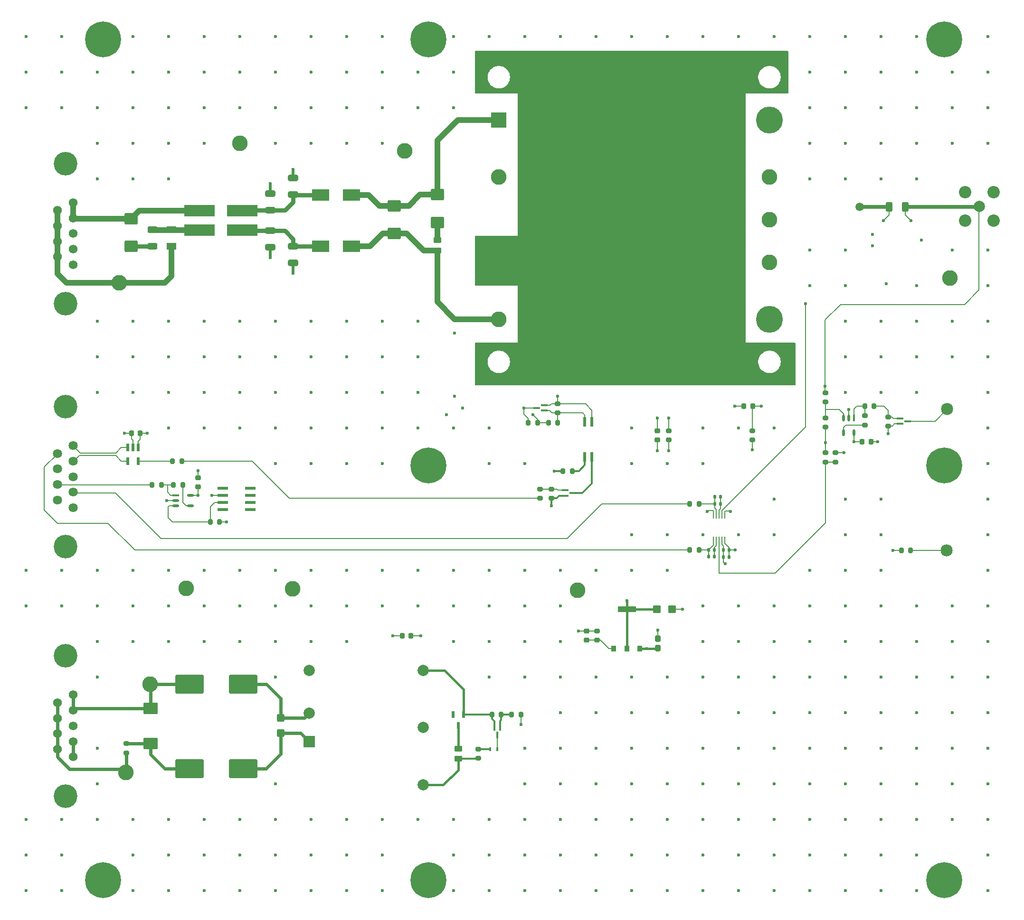
<source format=gbr>
%TF.GenerationSoftware,KiCad,Pcbnew,9.0.3*%
%TF.CreationDate,2025-09-16T14:49:37-04:00*%
%TF.ProjectId,9_TOF_PDU,395f544f-465f-4504-9455-2e6b69636164,rev?*%
%TF.SameCoordinates,Original*%
%TF.FileFunction,Copper,L1,Top*%
%TF.FilePolarity,Positive*%
%FSLAX46Y46*%
G04 Gerber Fmt 4.6, Leading zero omitted, Abs format (unit mm)*
G04 Created by KiCad (PCBNEW 9.0.3) date 2025-09-16 14:49:37*
%MOMM*%
%LPD*%
G01*
G04 APERTURE LIST*
G04 Aperture macros list*
%AMRoundRect*
0 Rectangle with rounded corners*
0 $1 Rounding radius*
0 $2 $3 $4 $5 $6 $7 $8 $9 X,Y pos of 4 corners*
0 Add a 4 corners polygon primitive as box body*
4,1,4,$2,$3,$4,$5,$6,$7,$8,$9,$2,$3,0*
0 Add four circle primitives for the rounded corners*
1,1,$1+$1,$2,$3*
1,1,$1+$1,$4,$5*
1,1,$1+$1,$6,$7*
1,1,$1+$1,$8,$9*
0 Add four rect primitives between the rounded corners*
20,1,$1+$1,$2,$3,$4,$5,0*
20,1,$1+$1,$4,$5,$6,$7,0*
20,1,$1+$1,$6,$7,$8,$9,0*
20,1,$1+$1,$8,$9,$2,$3,0*%
G04 Aperture macros list end*
%TA.AperFunction,SMDPad,CuDef*%
%ADD10RoundRect,0.225000X0.225000X0.250000X-0.225000X0.250000X-0.225000X-0.250000X0.225000X-0.250000X0*%
%TD*%
%TA.AperFunction,SMDPad,CuDef*%
%ADD11RoundRect,0.200000X-0.200000X-0.275000X0.200000X-0.275000X0.200000X0.275000X-0.200000X0.275000X0*%
%TD*%
%TA.AperFunction,ComponentPad*%
%ADD12C,6.400000*%
%TD*%
%TA.AperFunction,SMDPad,CuDef*%
%ADD13RoundRect,0.225000X0.250000X-0.225000X0.250000X0.225000X-0.250000X0.225000X-0.250000X-0.225000X0*%
%TD*%
%TA.AperFunction,ComponentPad*%
%ADD14C,2.800000*%
%TD*%
%TA.AperFunction,SMDPad,CuDef*%
%ADD15RoundRect,0.250000X-0.450000X0.262500X-0.450000X-0.262500X0.450000X-0.262500X0.450000X0.262500X0*%
%TD*%
%TA.AperFunction,SMDPad,CuDef*%
%ADD16RoundRect,0.200000X0.200000X0.275000X-0.200000X0.275000X-0.200000X-0.275000X0.200000X-0.275000X0*%
%TD*%
%TA.AperFunction,SMDPad,CuDef*%
%ADD17RoundRect,0.250000X0.650000X-0.325000X0.650000X0.325000X-0.650000X0.325000X-0.650000X-0.325000X0*%
%TD*%
%TA.AperFunction,SMDPad,CuDef*%
%ADD18RoundRect,0.200000X0.275000X-0.200000X0.275000X0.200000X-0.275000X0.200000X-0.275000X-0.200000X0*%
%TD*%
%TA.AperFunction,SMDPad,CuDef*%
%ADD19RoundRect,0.140000X-0.140000X-0.170000X0.140000X-0.170000X0.140000X0.170000X-0.140000X0.170000X0*%
%TD*%
%TA.AperFunction,SMDPad,CuDef*%
%ADD20R,1.161200X0.350800*%
%TD*%
%TA.AperFunction,SMDPad,CuDef*%
%ADD21R,1.981200X0.558800*%
%TD*%
%TA.AperFunction,SMDPad,CuDef*%
%ADD22RoundRect,0.250000X-0.450000X-0.425000X0.450000X-0.425000X0.450000X0.425000X-0.450000X0.425000X0*%
%TD*%
%TA.AperFunction,SMDPad,CuDef*%
%ADD23RoundRect,0.250000X0.275000X-0.312500X0.275000X0.312500X-0.275000X0.312500X-0.275000X-0.312500X0*%
%TD*%
%TA.AperFunction,SMDPad,CuDef*%
%ADD24R,0.558800X1.473200*%
%TD*%
%TA.AperFunction,SMDPad,CuDef*%
%ADD25RoundRect,0.250000X0.425000X-0.450000X0.425000X0.450000X-0.425000X0.450000X-0.425000X-0.450000X0*%
%TD*%
%TA.AperFunction,SMDPad,CuDef*%
%ADD26RoundRect,0.250000X0.450000X-0.262500X0.450000X0.262500X-0.450000X0.262500X-0.450000X-0.262500X0*%
%TD*%
%TA.AperFunction,SMDPad,CuDef*%
%ADD27RoundRect,0.135000X-0.135000X-0.185000X0.135000X-0.185000X0.135000X0.185000X-0.135000X0.185000X0*%
%TD*%
%TA.AperFunction,SMDPad,CuDef*%
%ADD28R,1.219200X0.457200*%
%TD*%
%TA.AperFunction,SMDPad,CuDef*%
%ADD29O,1.219200X0.457200*%
%TD*%
%TA.AperFunction,SMDPad,CuDef*%
%ADD30RoundRect,0.170000X2.330000X-1.530000X2.330000X1.530000X-2.330000X1.530000X-2.330000X-1.530000X0*%
%TD*%
%TA.AperFunction,SMDPad,CuDef*%
%ADD31RoundRect,0.073750X-0.221250X0.556250X-0.221250X-0.556250X0.221250X-0.556250X0.221250X0.556250X0*%
%TD*%
%TA.AperFunction,SMDPad,CuDef*%
%ADD32RoundRect,0.140000X0.140000X0.170000X-0.140000X0.170000X-0.140000X-0.170000X0.140000X-0.170000X0*%
%TD*%
%TA.AperFunction,ComponentPad*%
%ADD33C,2.159000*%
%TD*%
%TA.AperFunction,SMDPad,CuDef*%
%ADD34RoundRect,0.250000X-0.625000X0.312500X-0.625000X-0.312500X0.625000X-0.312500X0.625000X0.312500X0*%
%TD*%
%TA.AperFunction,ComponentPad*%
%ADD35C,1.560000*%
%TD*%
%TA.AperFunction,ComponentPad*%
%ADD36C,4.216000*%
%TD*%
%TA.AperFunction,SMDPad,CuDef*%
%ADD37RoundRect,0.250000X0.312500X0.625000X-0.312500X0.625000X-0.312500X-0.625000X0.312500X-0.625000X0*%
%TD*%
%TA.AperFunction,SMDPad,CuDef*%
%ADD38RoundRect,0.250000X-0.925000X0.787500X-0.925000X-0.787500X0.925000X-0.787500X0.925000X0.787500X0*%
%TD*%
%TA.AperFunction,SMDPad,CuDef*%
%ADD39RoundRect,0.250000X-0.650000X0.325000X-0.650000X-0.325000X0.650000X-0.325000X0.650000X0.325000X0*%
%TD*%
%TA.AperFunction,SMDPad,CuDef*%
%ADD40RoundRect,0.200000X-0.275000X0.200000X-0.275000X-0.200000X0.275000X-0.200000X0.275000X0.200000X0*%
%TD*%
%TA.AperFunction,ComponentPad*%
%ADD41C,1.635000*%
%TD*%
%TA.AperFunction,SMDPad,CuDef*%
%ADD42RoundRect,0.020000X-2.680000X0.980000X-2.680000X-0.980000X2.680000X-0.980000X2.680000X0.980000X0*%
%TD*%
%TA.AperFunction,SMDPad,CuDef*%
%ADD43R,5.400000X2.000000*%
%TD*%
%TA.AperFunction,SMDPad,CuDef*%
%ADD44RoundRect,0.020000X-1.480000X0.980000X-1.480000X-0.980000X1.480000X-0.980000X1.480000X0.980000X0*%
%TD*%
%TA.AperFunction,SMDPad,CuDef*%
%ADD45R,0.889000X1.016000*%
%TD*%
%TA.AperFunction,SMDPad,CuDef*%
%ADD46R,3.200000X1.000000*%
%TD*%
%TA.AperFunction,SMDPad,CuDef*%
%ADD47R,0.228600X1.117600*%
%TD*%
%TA.AperFunction,SMDPad,CuDef*%
%ADD48RoundRect,0.250000X1.025000X-0.787500X1.025000X0.787500X-1.025000X0.787500X-1.025000X-0.787500X0*%
%TD*%
%TA.AperFunction,ComponentPad*%
%ADD49C,2.006600*%
%TD*%
%TA.AperFunction,ComponentPad*%
%ADD50C,2.209800*%
%TD*%
%TA.AperFunction,SMDPad,CuDef*%
%ADD51R,0.558800X1.651000*%
%TD*%
%TA.AperFunction,SMDPad,CuDef*%
%ADD52RoundRect,0.225000X-0.250000X0.225000X-0.250000X-0.225000X0.250000X-0.225000X0.250000X0.225000X0*%
%TD*%
%TA.AperFunction,ComponentPad*%
%ADD53R,2.800000X2.800000*%
%TD*%
%TA.AperFunction,ComponentPad*%
%ADD54C,4.800000*%
%TD*%
%TA.AperFunction,SMDPad,CuDef*%
%ADD55R,1.800000X1.170000*%
%TD*%
%TA.AperFunction,SMDPad,CuDef*%
%ADD56R,0.350800X1.161200*%
%TD*%
%TA.AperFunction,SMDPad,CuDef*%
%ADD57R,0.444500X0.711200*%
%TD*%
%TA.AperFunction,SMDPad,CuDef*%
%ADD58R,0.457200X1.219200*%
%TD*%
%TA.AperFunction,SMDPad,CuDef*%
%ADD59O,0.457200X1.219200*%
%TD*%
%TA.AperFunction,SMDPad,CuDef*%
%ADD60RoundRect,0.250000X0.925000X-0.787500X0.925000X0.787500X-0.925000X0.787500X-0.925000X-0.787500X0*%
%TD*%
%TA.AperFunction,ComponentPad*%
%ADD61R,2.000000X2.000000*%
%TD*%
%TA.AperFunction,ComponentPad*%
%ADD62C,2.000000*%
%TD*%
%TA.AperFunction,ViaPad*%
%ADD63C,0.600000*%
%TD*%
%TA.AperFunction,ViaPad*%
%ADD64C,1.500000*%
%TD*%
%TA.AperFunction,Conductor*%
%ADD65C,0.800000*%
%TD*%
%TA.AperFunction,Conductor*%
%ADD66C,1.000000*%
%TD*%
%TA.AperFunction,Conductor*%
%ADD67C,0.200000*%
%TD*%
%TA.AperFunction,Conductor*%
%ADD68C,0.700000*%
%TD*%
%TA.AperFunction,Conductor*%
%ADD69C,0.500000*%
%TD*%
%TA.AperFunction,Conductor*%
%ADD70C,0.600000*%
%TD*%
%TA.AperFunction,Conductor*%
%ADD71C,0.300000*%
%TD*%
%TA.AperFunction,Conductor*%
%ADD72C,0.400000*%
%TD*%
G04 APERTURE END LIST*
D10*
%TO.P,C33,1*%
%TO.N,/V_P5V_RTN*%
X264913000Y-135753500D03*
%TO.P,C33,2*%
%TO.N,/V_P5V*%
X263363000Y-135753500D03*
%TD*%
D11*
%TO.P,R7,1*%
%TO.N,/Main_PDU_Block/V_POS*%
X207413000Y-132418500D03*
%TO.P,R7,2*%
%TO.N,Net-(M2-Pad1)*%
X209063000Y-132418500D03*
%TD*%
D12*
%TO.P,H1,1,1*%
%TO.N,GNDPWR*%
X128000000Y-64000000D03*
%TD*%
D13*
%TO.P,C34,1*%
%TO.N,/V_P5V_RTN*%
X226822000Y-135395000D03*
%TO.P,C34,2*%
%TO.N,/V_TOF_RTN*%
X226822000Y-133845000D03*
%TD*%
D14*
%TO.P,+3.3V1,1,1*%
%TO.N,/Telemetry_Circuitry/V3p3*%
X212598000Y-162306000D03*
%TD*%
D12*
%TO.P,H3,1,1*%
%TO.N,GNDPWR*%
X186000000Y-64000000D03*
%TD*%
%TO.P,H2,1,1*%
%TO.N,GNDPWR*%
X186000000Y-214000000D03*
%TD*%
D15*
%TO.P,R6,1*%
%TO.N,Net-(C3-Pad2)*%
X187638000Y-99793500D03*
%TO.P,R6,2*%
%TO.N,/Main_PDU_Block/V_RTN*%
X187638000Y-101618500D03*
%TD*%
D16*
%TO.P,R32,1*%
%TO.N,Net-(M4-Pad1)*%
X265473001Y-129453500D03*
%TO.P,R32,2*%
%TO.N,Net-(U9-OUT)*%
X263823001Y-129453500D03*
%TD*%
D17*
%TO.P,CY2,1*%
%TO.N,Net-(CY1-Pad1)*%
X157848000Y-94443500D03*
%TO.P,CY2,2*%
%TO.N,/Main_PDU_Block/SEC_RTN*%
X157848000Y-91493500D03*
%TD*%
D18*
%TO.P,R35,1*%
%TO.N,/V_P5V_RTN*%
X228854000Y-135445000D03*
%TO.P,R35,2*%
%TO.N,/V_TOF_RTN*%
X228854000Y-133795000D03*
%TD*%
D19*
%TO.P,C32,1*%
%TO.N,Net-(U8B-OUT2)*%
X237093100Y-145598500D03*
%TO.P,C32,2*%
%TO.N,Net-(U8B-IN2-)*%
X238053100Y-145598500D03*
%TD*%
D20*
%TO.P,M4,1,1*%
%TO.N,Net-(M4-Pad1)*%
X270113000Y-131588501D03*
%TO.P,M4,2,2*%
%TO.N,/V_P5V_RTN*%
X270113000Y-132588499D03*
%TO.P,M4,3,3*%
%TO.N,Net-(M4-Pad3)*%
X271463000Y-132088500D03*
%TD*%
D14*
%TO.P,+12V_{RTN}1,1,1*%
%TO.N,/V_SEC_RTN*%
X152400000Y-82550000D03*
%TD*%
D10*
%TO.P,C17,1*%
%TO.N,/V_P5V_RTN*%
X182913000Y-170418500D03*
%TO.P,C17,2*%
%TO.N,GNDPWR*%
X181363000Y-170418500D03*
%TD*%
D12*
%TO.P,H6,1,1*%
%TO.N,GNDPWR*%
X186000000Y-140000000D03*
%TD*%
D21*
%TO.P,U4,1,NC*%
%TO.N,unconnected-(U4-NC-Pad1)*%
X149354200Y-144063500D03*
%TO.P,U4,2,V+*%
%TO.N,/V_P5V*%
X149354200Y-145333500D03*
%TO.P,U4,3,V-*%
%TO.N,Net-(U3-+IN)*%
X149354200Y-146603500D03*
%TO.P,U4,4,NC*%
%TO.N,unconnected-(U4-NC-Pad4)*%
X149354200Y-147873500D03*
%TO.P,U4,5,NC*%
%TO.N,unconnected-(U4-NC-Pad5)*%
X154281800Y-147873500D03*
%TO.P,U4,6,NC*%
%TO.N,unconnected-(U4-NC-Pad6)*%
X154281800Y-146603500D03*
%TO.P,U4,7,NC*%
%TO.N,unconnected-(U4-NC-Pad7)*%
X154281800Y-145333500D03*
%TO.P,U4,8,NC*%
%TO.N,unconnected-(U4-NC-Pad8)*%
X154281800Y-144063500D03*
%TD*%
D22*
%TO.P,C25,1*%
%TO.N,/Telemetry_Circuitry/V3p3*%
X226729000Y-165658500D03*
%TO.P,C25,2*%
%TO.N,/V_P5V_RTN*%
X229429000Y-165658500D03*
%TD*%
D23*
%TO.P,C22,1*%
%TO.N,/V_P5V*%
X226878000Y-172636000D03*
%TO.P,C22,2*%
%TO.N,/V_P5V_RTN*%
X226878000Y-170861000D03*
%TD*%
D24*
%TO.P,U6,1,VCC*%
%TO.N,/Telemetry_Circuitry/V3p3*%
X134288001Y-136824700D03*
%TO.P,U6,2,GND*%
%TO.N,/V_P5V_RTN*%
X133338000Y-136824700D03*
%TO.P,U6,3,A*%
%TO.N,/Enable+*%
X132387999Y-136824700D03*
%TO.P,U6,4,B*%
%TO.N,/Enable-*%
X132387999Y-139212300D03*
%TO.P,U6,5,R*%
%TO.N,Net-(U6-R)*%
X134288001Y-139212300D03*
%TD*%
D12*
%TO.P,H4,1,1*%
%TO.N,GNDPWR*%
X278000000Y-214000000D03*
%TD*%
D25*
%TO.P,C13,1*%
%TO.N,/V_TOF_Telemetry_PDU/V_POS*%
X159708000Y-187723500D03*
%TO.P,C13,2*%
%TO.N,/V_TOF_Telemetry_PDU/V_RTN*%
X159708000Y-185023500D03*
%TD*%
D19*
%TO.P,C28,1*%
%TO.N,Net-(U8A-OUT1)*%
X236013100Y-156288500D03*
%TO.P,C28,2*%
%TO.N,Net-(U8A-IN1-)*%
X236973100Y-156288500D03*
%TD*%
D26*
%TO.P,R14,1*%
%TO.N,/V_P5V*%
X191338000Y-192331000D03*
%TO.P,R14,2*%
%TO.N,Net-(D1-K)*%
X191338000Y-190506000D03*
%TD*%
D27*
%TO.P,R26,1*%
%TO.N,Net-(U8B-OUT2)*%
X237083100Y-146838500D03*
%TO.P,R26,2*%
%TO.N,Net-(U8B-IN2-)*%
X238103100Y-146838500D03*
%TD*%
D28*
%TO.P,U3,1,OUT*%
%TO.N,Net-(U3-OUT)*%
X140968000Y-145298498D03*
D29*
%TO.P,U3,2,V-*%
%TO.N,/V_P5V_RTN*%
X140968000Y-146248499D03*
%TO.P,U3,3,+IN*%
%TO.N,Net-(U3-+IN)*%
X140968000Y-147198500D03*
%TO.P,U3,4,-IN*%
%TO.N,Net-(U3--IN)*%
X143588000Y-147198500D03*
%TO.P,U3,5,V+*%
%TO.N,/Telemetry_Circuitry/V3p3*%
X143588000Y-145298498D03*
%TD*%
D30*
%TO.P,L4,1,1*%
%TO.N,Net-(C12-Pad1)*%
X143408000Y-194124500D03*
%TO.P,L4,2,2*%
%TO.N,/V_TOF_Telemetry_PDU/V_POS*%
X153008000Y-194124500D03*
%TD*%
D11*
%TO.P,R20,1*%
%TO.N,Net-(U6-R)*%
X140413000Y-139218500D03*
%TO.P,R20,2*%
%TO.N,/Enable*%
X142063000Y-139218500D03*
%TD*%
D31*
%TO.P,D1,1,A*%
%TO.N,/V_P5V_RTN*%
X192288000Y-184438500D03*
%TO.P,D1,2*%
%TO.N,N/C*%
X190388000Y-184438500D03*
%TO.P,D1,3,K*%
%TO.N,Net-(D1-K)*%
X191338000Y-186398500D03*
%TD*%
D32*
%TO.P,C31,1*%
%TO.N,/Telemetry_Circuitry/V3p3*%
X239583100Y-155058500D03*
%TO.P,C31,2*%
%TO.N,/V_P5V_RTN*%
X238623100Y-155058500D03*
%TD*%
D14*
%TO.P,V_TELEM_{RTN}1,1,1*%
%TO.N,/V_SEC_Telem_RTN*%
X136398000Y-179070000D03*
%TD*%
D33*
%TO.P,P1,1,1*%
%TO.N,Net-(P1-Pad1)*%
X278370000Y-155160000D03*
%TD*%
D14*
%TO.P,V_{EN}1,1,1*%
%TO.N,/Main_PDU_Block/Enable*%
X181780000Y-83870000D03*
%TD*%
%TO.P,V_TELEM_IN1,1,1*%
%TO.N,/V_SEC_IN_Telem*%
X132080000Y-194818000D03*
%TD*%
D11*
%TO.P,R11,1*%
%TO.N,/V_P5V_RTN*%
X197360000Y-184430000D03*
%TO.P,R11,2*%
%TO.N,Net-(M3-Pad1)*%
X199010000Y-184430000D03*
%TD*%
D16*
%TO.P,R17,1*%
%TO.N,Net-(U3-OUT)*%
X138403000Y-143468499D03*
%TO.P,R17,2*%
%TO.N,/TEMP_TELEM*%
X136753000Y-143468499D03*
%TD*%
D34*
%TO.P,R2,1*%
%TO.N,Net-(F1-Pad2)*%
X136838000Y-97956000D03*
%TO.P,R2,2*%
%TO.N,Net-(C1-Pad1)*%
X136838000Y-100881000D03*
%TD*%
D18*
%TO.P,R30,1*%
%TO.N,/V_TOF_RTN*%
X256808000Y-133158500D03*
%TO.P,R30,2*%
%TO.N,Net-(U9-+IN)*%
X256808000Y-131508500D03*
%TD*%
D35*
%TO.P,J2,1*%
%TO.N,/V_SEC_Telem_RTN*%
X122720000Y-180933500D03*
%TO.P,J2,2*%
X122720000Y-183703500D03*
%TO.P,J2,3*%
%TO.N,unconnected-(J2-Pad3)*%
X122720000Y-186473500D03*
%TO.P,J2,4*%
%TO.N,/V_SEC_Telem_RTN*%
X122720000Y-189243500D03*
%TO.P,J2,5*%
X122720000Y-192013500D03*
%TO.P,J2,6*%
%TO.N,/V_SEC_IN_Telem*%
X119880000Y-182318500D03*
%TO.P,J2,7*%
X119880000Y-185088500D03*
%TO.P,J2,8*%
X119880000Y-187858500D03*
%TO.P,J2,9*%
X119880000Y-190628500D03*
D36*
%TO.P,J2,S1*%
%TO.N,GNDPWR*%
X121300000Y-173973500D03*
%TO.P,J2,S2*%
X121300000Y-198973500D03*
%TD*%
D37*
%TO.P,R19,1*%
%TO.N,/Telemetry_Circuitry/V_TOF_OUT*%
X271055500Y-93818500D03*
%TO.P,R19,2*%
%TO.N,/Main_PDU_Block/V_TOF_OUT*%
X268130500Y-93818500D03*
%TD*%
D38*
%TO.P,C3,1*%
%TO.N,/Main_PDU_Block/V_POS*%
X187645500Y-91688500D03*
%TO.P,C3,2*%
%TO.N,Net-(C3-Pad2)*%
X187645500Y-96613500D03*
%TD*%
D16*
%TO.P,R10,1*%
%TO.N,/V_P5V*%
X202510000Y-184430000D03*
%TO.P,R10,2*%
%TO.N,Net-(M3-Pad1)*%
X200860000Y-184430000D03*
%TD*%
D12*
%TO.P,H7,1,1*%
%TO.N,GNDPWR*%
X128000000Y-214000000D03*
%TD*%
D27*
%TO.P,R24,1*%
%TO.N,Net-(U8A-OUT1)*%
X235983100Y-155088500D03*
%TO.P,R24,2*%
%TO.N,Net-(U8A-IN1-)*%
X237003100Y-155088500D03*
%TD*%
D18*
%TO.P,F2,1*%
%TO.N,/V_SEC_IN_Telem*%
X132208000Y-191298500D03*
%TO.P,F2,2*%
%TO.N,Net-(C12-Pad1)*%
X132208000Y-189648500D03*
%TD*%
D39*
%TO.P,CY3,1*%
%TO.N,Net-(CY3-Pad1)*%
X161912000Y-100891500D03*
%TO.P,CY3,2*%
%TO.N,GNDPWR*%
X161912000Y-103841500D03*
%TD*%
D40*
%TO.P,R4,1*%
%TO.N,Net-(M1-Pad1)*%
X207938000Y-144193499D03*
%TO.P,R4,2*%
%TO.N,/V_P5V_RTN*%
X207938000Y-145843499D03*
%TD*%
D18*
%TO.P,R21,1*%
%TO.N,Net-(U8A-IN1+)*%
X258620000Y-139395000D03*
%TO.P,R21,2*%
%TO.N,/Telemetry_Circuitry/V_TOF_OUT*%
X258620000Y-137745000D03*
%TD*%
D41*
%TO.P,J3,1*%
%TO.N,/V_P5V_RTN*%
X122720000Y-147540000D03*
%TO.P,J3,2*%
%TO.N,/i_OUT_TELEM*%
X122720000Y-144770000D03*
%TO.P,J3,3*%
%TO.N,unconnected-(J3-Pad3)*%
X122720000Y-142000000D03*
%TO.P,J3,4*%
%TO.N,/Enable-*%
X122720000Y-139230000D03*
%TO.P,J3,5*%
%TO.N,/Enable+*%
X122720000Y-136460000D03*
%TO.P,J3,6*%
%TO.N,/V_P5V_RTN*%
X119880000Y-146155000D03*
%TO.P,J3,7*%
%TO.N,/TEMP_TELEM*%
X119880000Y-143385000D03*
%TO.P,J3,8*%
%TO.N,/V_P5V_RTN*%
X119880000Y-140615000D03*
%TO.P,J3,9*%
%TO.N,/V_OUT_TELEM*%
X119880000Y-137845000D03*
D36*
%TO.P,J3,S1*%
%TO.N,GNDPWR*%
X121300000Y-129500000D03*
%TO.P,J3,S2*%
X121300000Y-154500000D03*
%TD*%
D16*
%TO.P,R16,1*%
%TO.N,/V_P5V_RTN*%
X148803000Y-150048500D03*
%TO.P,R16,2*%
%TO.N,Net-(U3-+IN)*%
X147153000Y-150048500D03*
%TD*%
D42*
%TO.P,L1,1*%
%TO.N,Net-(CY3-Pad1)*%
X152828000Y-98020500D03*
%TO.P,L1,2*%
%TO.N,Net-(CY1-Pad1)*%
X152828000Y-94520500D03*
%TO.P,L1,3*%
%TO.N,/V_SEC_RTN*%
X145208000Y-94520500D03*
D43*
%TO.P,L1,4*%
%TO.N,Net-(F1-Pad2)*%
X145208000Y-98020500D03*
%TD*%
D11*
%TO.P,R5,1*%
%TO.N,/V_P5V*%
X210013000Y-141018500D03*
%TO.P,R5,2*%
%TO.N,Net-(Q1-Pad1)*%
X211663000Y-141018500D03*
%TD*%
D44*
%TO.P,L3,1,1*%
%TO.N,Net-(CY3-Pad1)*%
X166826000Y-100842500D03*
%TO.P,L3,2,2*%
%TO.N,/Main_PDU_Block/V_RTN*%
X172326000Y-100842500D03*
%TD*%
D14*
%TO.P,SEC_{RTN}1,1,1*%
%TO.N,/V_TOF_RTN*%
X279010000Y-106580000D03*
%TD*%
D38*
%TO.P,C2,1*%
%TO.N,/Main_PDU_Block/V_POS*%
X179946000Y-93657500D03*
%TO.P,C2,2*%
%TO.N,/Main_PDU_Block/V_RTN*%
X179946000Y-98582500D03*
%TD*%
D40*
%TO.P,R12,1*%
%TO.N,Net-(LED1-Pad2)*%
X194938000Y-190593500D03*
%TO.P,R12,2*%
%TO.N,/V_P5V*%
X194938000Y-192243500D03*
%TD*%
D10*
%TO.P,C24,1*%
%TO.N,/Telemetry_Circuitry/V3p3*%
X134613000Y-134218500D03*
%TO.P,C24,2*%
%TO.N,/V_P5V_RTN*%
X133063000Y-134218500D03*
%TD*%
D17*
%TO.P,CY1,1*%
%TO.N,Net-(CY1-Pad1)*%
X161912000Y-91649500D03*
%TO.P,CY1,2*%
%TO.N,GNDPWR*%
X161912000Y-88699500D03*
%TD*%
D45*
%TO.P,U5,1,SET*%
%TO.N,Net-(U5-SET)*%
X219066600Y-172641000D03*
%TO.P,U5,2,OUT*%
%TO.N,/Telemetry_Circuitry/V3p3*%
X221378000Y-172641000D03*
%TO.P,U5,3,IN*%
%TO.N,/V_P5V*%
X223689400Y-172641000D03*
D46*
%TO.P,U5,4,TAB*%
%TO.N,/Telemetry_Circuitry/V3p3*%
X221378000Y-165648500D03*
%TD*%
D10*
%TO.P,C8,1*%
%TO.N,/V_TOF_RTN*%
X243813000Y-129418500D03*
%TO.P,C8,2*%
%TO.N,GNDPWR*%
X242263000Y-129418500D03*
%TD*%
D14*
%TO.P,V_TELEM_{5V}1,1,1*%
%TO.N,/V_P5V*%
X142850000Y-161930000D03*
%TD*%
D18*
%TO.P,R18,1*%
%TO.N,Net-(U5-SET)*%
X216078000Y-171173500D03*
%TO.P,R18,2*%
%TO.N,/V_P5V_RTN*%
X216078000Y-169523500D03*
%TD*%
D16*
%TO.P,R34,1*%
%TO.N,Net-(P1-Pad1)*%
X271975000Y-155119799D03*
%TO.P,R34,2*%
%TO.N,/V_P5V*%
X270325000Y-155119799D03*
%TD*%
D40*
%TO.P,R33,1*%
%TO.N,Net-(M4-Pad1)*%
X267978000Y-131333500D03*
%TO.P,R33,2*%
%TO.N,/V_P5V_RTN*%
X267978000Y-132983500D03*
%TD*%
D47*
%TO.P,U8,1,OUT1*%
%TO.N,Net-(U8A-OUT1)*%
X236837999Y-153179400D03*
%TO.P,U8,2,IN1-*%
%TO.N,Net-(U8A-IN1-)*%
X237338001Y-153179400D03*
%TO.P,U8,3,IN1+*%
%TO.N,Net-(U8A-IN1+)*%
X237838000Y-153179400D03*
%TO.P,U8,4,VSS*%
%TO.N,/V_P5V_RTN*%
X238337999Y-153179400D03*
%TO.P,U8,5,SHDN1`*%
%TO.N,/Telemetry_Circuitry/V3p3*%
X238838001Y-153179400D03*
%TO.P,U8,6,SHDN2`*%
X238838001Y-148937600D03*
%TO.P,U8,7,IN2+*%
%TO.N,Net-(U8B-IN2+)*%
X238337999Y-148937600D03*
%TO.P,U8,8,IN2-*%
%TO.N,Net-(U8B-IN2-)*%
X237838000Y-148937600D03*
%TO.P,U8,9,OUT2*%
%TO.N,Net-(U8B-OUT2)*%
X237338001Y-148937600D03*
%TO.P,U8,10,VDD*%
%TO.N,/Telemetry_Circuitry/V3p3*%
X236837999Y-148937600D03*
%TD*%
D13*
%TO.P,C23,1*%
%TO.N,Net-(U5-SET)*%
X214178000Y-171123500D03*
%TO.P,C23,2*%
%TO.N,/V_P5V_RTN*%
X214178000Y-169573500D03*
%TD*%
D44*
%TO.P,L2,1,1*%
%TO.N,Net-(CY1-Pad1)*%
X166826000Y-91698500D03*
%TO.P,L2,2,2*%
%TO.N,/Main_PDU_Block/V_POS*%
X172326000Y-91698500D03*
%TD*%
D35*
%TO.P,J1,1*%
%TO.N,/V_SEC_RTN*%
X122720000Y-93078500D03*
%TO.P,J1,2*%
X122720000Y-95848500D03*
%TO.P,J1,3*%
%TO.N,unconnected-(J1-Pad3)*%
X122720000Y-98618500D03*
%TO.P,J1,4*%
%TO.N,/V_SEC_RTN*%
X122720000Y-101388500D03*
%TO.P,J1,5*%
X122720000Y-104158500D03*
%TO.P,J1,6*%
%TO.N,/V_SEC_IN*%
X119880000Y-94463500D03*
%TO.P,J1,7*%
X119880000Y-97233500D03*
%TO.P,J1,8*%
X119880000Y-100003500D03*
%TO.P,J1,9*%
X119880000Y-102773500D03*
D36*
%TO.P,J1,S1*%
%TO.N,GNDPWR*%
X121300000Y-86118500D03*
%TO.P,J1,S2*%
X121300000Y-111118500D03*
%TD*%
D40*
%TO.P,R22,1*%
%TO.N,/V_TOF_RTN*%
X256800000Y-137755000D03*
%TO.P,R22,2*%
%TO.N,Net-(U8A-IN1+)*%
X256800000Y-139405000D03*
%TD*%
D18*
%TO.P,R9,1*%
%TO.N,Net-(M2-Pad1)*%
X209038000Y-130643500D03*
%TO.P,R9,2*%
%TO.N,/Main_PDU_Block/V_RTN*%
X209038000Y-128993500D03*
%TD*%
D11*
%TO.P,R27,1*%
%TO.N,/V_OUT_TELEM*%
X232608100Y-155088500D03*
%TO.P,R27,2*%
%TO.N,Net-(U8A-OUT1)*%
X234258100Y-155088500D03*
%TD*%
D48*
%TO.P,C12,1*%
%TO.N,Net-(C12-Pad1)*%
X136508000Y-189586000D03*
%TO.P,C12,2*%
%TO.N,/V_SEC_Telem_RTN*%
X136508000Y-183361000D03*
%TD*%
D11*
%TO.P,R28,1*%
%TO.N,/i_OUT_TELEM*%
X232628100Y-146838500D03*
%TO.P,R28,2*%
%TO.N,Net-(U8B-OUT2)*%
X234278100Y-146838500D03*
%TD*%
D30*
%TO.P,L5,1,1*%
%TO.N,/V_SEC_Telem_RTN*%
X143408000Y-179024500D03*
%TO.P,L5,2,2*%
%TO.N,/V_TOF_Telemetry_PDU/V_RTN*%
X153008000Y-179024500D03*
%TD*%
D49*
%TO.P,P_OUT1,1,SIGNAL*%
%TO.N,/Telemetry_Circuitry/V_TOF_OUT*%
X284238000Y-93748500D03*
D50*
%TO.P,P_OUT1,2,GND*%
%TO.N,/V_TOF_RTN*%
X286778000Y-91208500D03*
%TO.P,P_OUT1,3,GND*%
X281698000Y-91208500D03*
%TO.P,P_OUT1,4,GND*%
X281698000Y-96288500D03*
%TO.P,P_OUT1,5,GND*%
X286778000Y-96288500D03*
%TD*%
D14*
%TO.P,+12V1,1,1*%
%TO.N,/V_SEC_IN*%
X130940000Y-107370000D03*
%TD*%
D33*
%TO.P,P2,1,1*%
%TO.N,Net-(M4-Pad3)*%
X278500000Y-129950201D03*
%TD*%
D51*
%TO.P,Q1,1,1*%
%TO.N,Net-(Q1-Pad1)*%
X213903000Y-138442700D03*
%TO.P,Q1,2,2*%
%TO.N,Net-(M1-Pad3)*%
X215173000Y-138442700D03*
%TO.P,Q1,3,3*%
%TO.N,/Main_PDU_Block/V_RTN*%
X215173000Y-132194300D03*
%TO.P,Q1,4,4*%
%TO.N,Net-(M2-Pad1)*%
X213903000Y-132194300D03*
%TD*%
D52*
%TO.P,C21,1*%
%TO.N,/V_P5V_RTN*%
X144978000Y-142233500D03*
%TO.P,C21,2*%
%TO.N,/Telemetry_Circuitry/V3p3*%
X144978000Y-143783500D03*
%TD*%
D20*
%TO.P,M1,1,1*%
%TO.N,Net-(M1-Pad1)*%
X210438000Y-144418500D03*
%TO.P,M1,2,2*%
%TO.N,/V_P5V_RTN*%
X210438000Y-145418498D03*
%TO.P,M1,3,3*%
%TO.N,Net-(M1-Pad3)*%
X211788000Y-144918499D03*
%TD*%
D12*
%TO.P,H8,1,1*%
%TO.N,GNDPWR*%
X278000000Y-140000000D03*
%TD*%
D16*
%TO.P,R8,1*%
%TO.N,/Main_PDU_Block/V_POS*%
X205463000Y-132418500D03*
%TO.P,R8,2*%
%TO.N,/Main_PDU_Block/Enable*%
X203813000Y-132418500D03*
%TD*%
D20*
%TO.P,M2,1,1*%
%TO.N,Net-(M2-Pad1)*%
X206713000Y-130218499D03*
%TO.P,M2,2,2*%
%TO.N,/Main_PDU_Block/V_RTN*%
X206713000Y-129218501D03*
%TO.P,M2,3,3*%
%TO.N,/Main_PDU_Block/Enable*%
X205363000Y-129718500D03*
%TD*%
D12*
%TO.P,H5,1,1*%
%TO.N,GNDPWR*%
X278000000Y-64000000D03*
%TD*%
D53*
%TO.P,U1,1,+VIN*%
%TO.N,/Main_PDU_Block/V_POS*%
X198572500Y-78340000D03*
D14*
%TO.P,U1,2,ON/OFF*%
%TO.N,/Main_PDU_Block/Enable*%
X198572500Y-88500000D03*
%TO.P,U1,3,CASE*%
%TO.N,GNDPWR*%
X198572500Y-103740000D03*
%TO.P,U1,4,-VIN*%
%TO.N,/Main_PDU_Block/V_RTN*%
X198572500Y-113900000D03*
D54*
%TO.P,U1,5,-VO*%
%TO.N,/V_TOF_RTN*%
X246822500Y-113900000D03*
D14*
%TO.P,U1,6,-S*%
X246822500Y-103740000D03*
%TO.P,U1,7,TRIM*%
%TO.N,unconnected-(U1-TRIM-Pad7)*%
X246822500Y-96120000D03*
%TO.P,U1,8,+S*%
%TO.N,/Main_PDU_Block/V_TOF_OUT*%
X246822500Y-88500000D03*
D54*
%TO.P,U1,9,+VO*%
X246822500Y-78340000D03*
%TD*%
D55*
%TO.P,F1,1*%
%TO.N,/V_SEC_IN*%
X140238000Y-100888500D03*
%TO.P,F1,2*%
%TO.N,Net-(F1-Pad2)*%
X140238000Y-97948500D03*
%TD*%
D56*
%TO.P,M3,1,1*%
%TO.N,Net-(M3-Pad1)*%
X198784999Y-186755000D03*
%TO.P,M3,2,2*%
%TO.N,/V_P5V_RTN*%
X197785001Y-186755000D03*
%TO.P,M3,3,3*%
%TO.N,Net-(LED1-Pad1)*%
X198285000Y-188105000D03*
%TD*%
D57*
%TO.P,LED1,1*%
%TO.N,Net-(LED1-Pad1)*%
X198266650Y-190618500D03*
%TO.P,LED1,2*%
%TO.N,Net-(LED1-Pad2)*%
X197009350Y-190618500D03*
%TD*%
D39*
%TO.P,CY4,1*%
%TO.N,Net-(CY3-Pad1)*%
X157848000Y-98097500D03*
%TO.P,CY4,2*%
%TO.N,/Main_PDU_Block/SEC_RTN*%
X157848000Y-101047500D03*
%TD*%
D18*
%TO.P,R1,1*%
%TO.N,/V_P5V_RTN*%
X243780000Y-135445000D03*
%TO.P,R1,2*%
%TO.N,/V_TOF_RTN*%
X243780000Y-133795000D03*
%TD*%
D32*
%TO.P,C30,1*%
%TO.N,/Telemetry_Circuitry/V3p3*%
X239583100Y-156358500D03*
%TO.P,C30,2*%
%TO.N,/V_P5V_RTN*%
X238623100Y-156358500D03*
%TD*%
D16*
%TO.P,R15,1*%
%TO.N,Net-(U3--IN)*%
X142223000Y-143468499D03*
%TO.P,R15,2*%
%TO.N,Net-(U3-OUT)*%
X140573000Y-143468499D03*
%TD*%
D18*
%TO.P,R29,1*%
%TO.N,Net-(U9-+IN)*%
X256788000Y-128658500D03*
%TO.P,R29,2*%
%TO.N,/Telemetry_Circuitry/V_TOF_OUT*%
X256788000Y-127008500D03*
%TD*%
D58*
%TO.P,U9,1,OUT*%
%TO.N,Net-(U9-OUT)*%
X261888001Y-131513500D03*
D59*
%TO.P,U9,2,V-*%
%TO.N,/V_P5V_RTN*%
X260938000Y-131513500D03*
%TO.P,U9,3,+IN*%
%TO.N,Net-(U9-+IN)*%
X259987999Y-131513500D03*
%TO.P,U9,4,-IN*%
%TO.N,Net-(U9--IN)*%
X259987999Y-134133500D03*
%TO.P,U9,5,V+*%
%TO.N,/V_P5V*%
X261888001Y-134133500D03*
%TD*%
D60*
%TO.P,C1,1*%
%TO.N,Net-(C1-Pad1)*%
X133028000Y-100881000D03*
%TO.P,C1,2*%
%TO.N,/V_SEC_RTN*%
X133028000Y-95956000D03*
%TD*%
D40*
%TO.P,R31,1*%
%TO.N,Net-(U9-OUT)*%
X263828000Y-131138500D03*
%TO.P,R31,2*%
%TO.N,Net-(U9--IN)*%
X263828000Y-132788500D03*
%TD*%
D18*
%TO.P,R3,1*%
%TO.N,/Enable*%
X205938000Y-145843499D03*
%TO.P,R3,2*%
%TO.N,Net-(M1-Pad1)*%
X205938000Y-144193499D03*
%TD*%
D14*
%TO.P,TELEM_{RTN}1,1,1*%
%TO.N,/V_P5V_RTN*%
X161798000Y-162052000D03*
%TD*%
D61*
%TO.P,U2,1,+VIN*%
%TO.N,/V_TOF_Telemetry_PDU/V_POS*%
X164755500Y-189273500D03*
D62*
%TO.P,U2,2,-VIN*%
%TO.N,/V_TOF_Telemetry_PDU/V_RTN*%
X164755500Y-184173500D03*
%TO.P,U2,3,+VOUT*%
%TO.N,/V_P5V*%
X185055500Y-196973500D03*
%TO.P,U2,4,TRIM*%
%TO.N,unconnected-(U2-TRIM-Pad4)*%
X185055500Y-186773500D03*
%TO.P,U2,5,-VOUT*%
%TO.N,/V_P5V_RTN*%
X185055500Y-176573500D03*
%TO.P,U2,6,REMOTE*%
%TO.N,unconnected-(U2-REMOTE-Pad6)*%
X164755500Y-176573500D03*
%TD*%
D63*
%TO.N,/V_SEC_RTN*%
X171450000Y-165100000D03*
X165100000Y-127000000D03*
X177800000Y-215900000D03*
X165100000Y-133350000D03*
X247650000Y-215900000D03*
X215900000Y-209550000D03*
X266700000Y-158750000D03*
X146050000Y-127000000D03*
X177800000Y-139700000D03*
X279400000Y-114300000D03*
X177800000Y-76200000D03*
X146050000Y-171450000D03*
X114300000Y-158750000D03*
X254000000Y-203200000D03*
X222250000Y-177800000D03*
X139700000Y-127000000D03*
X139700000Y-120650000D03*
X133350000Y-63500000D03*
X247650000Y-133350000D03*
X120650000Y-158750000D03*
X165100000Y-139700000D03*
X120650000Y-203200000D03*
X196850000Y-139700000D03*
X203200000Y-63500000D03*
X127000000Y-88900000D03*
X133350000Y-209550000D03*
X234950000Y-215900000D03*
X222250000Y-203200000D03*
X222250000Y-215900000D03*
X260350000Y-82550000D03*
X209550000Y-63500000D03*
X190500000Y-133350000D03*
X184150000Y-127000000D03*
X152400000Y-63500000D03*
X254000000Y-88900000D03*
X266700000Y-196850000D03*
X273050000Y-120650000D03*
X196850000Y-133350000D03*
X203200000Y-165100000D03*
X171450000Y-158750000D03*
X222250000Y-190500000D03*
X241300000Y-215900000D03*
X133350000Y-120650000D03*
X285750000Y-184150000D03*
X171450000Y-133350000D03*
X146050000Y-133350000D03*
X209550000Y-165100000D03*
X165100000Y-203200000D03*
X215900000Y-63500000D03*
X158750000Y-114300000D03*
X184150000Y-114300000D03*
X133350000Y-114300000D03*
X127000000Y-69850000D03*
X177800000Y-158750000D03*
X171450000Y-215900000D03*
X146050000Y-63500000D03*
X260350000Y-165100000D03*
X165100000Y-209550000D03*
X177800000Y-69850000D03*
X228600000Y-190500000D03*
X260350000Y-171450000D03*
X171450000Y-127000000D03*
X133350000Y-76200000D03*
X254000000Y-171450000D03*
X241300000Y-196850000D03*
X209550000Y-209550000D03*
X165100000Y-120650000D03*
X171450000Y-63500000D03*
X285750000Y-215900000D03*
X273050000Y-127000000D03*
X222250000Y-139700000D03*
X177800000Y-209550000D03*
X222250000Y-152400000D03*
X285750000Y-120650000D03*
X196850000Y-215900000D03*
X222250000Y-196850000D03*
X152400000Y-114300000D03*
X165100000Y-82550000D03*
X266700000Y-184150000D03*
X266700000Y-146050000D03*
X234950000Y-203200000D03*
X234950000Y-63500000D03*
X152400000Y-165100000D03*
X152400000Y-120650000D03*
X196850000Y-171450000D03*
X260350000Y-215900000D03*
X152400000Y-158750000D03*
X171450000Y-209550000D03*
X254000000Y-177800000D03*
X241300000Y-209550000D03*
X266700000Y-203200000D03*
X247650000Y-152400000D03*
X241300000Y-171450000D03*
X228600000Y-139700000D03*
X241300000Y-165100000D03*
X190500000Y-69850000D03*
X152400000Y-203200000D03*
X228600000Y-184150000D03*
X260350000Y-203200000D03*
X196850000Y-177800000D03*
X273050000Y-171450000D03*
X247650000Y-177800000D03*
X254000000Y-69850000D03*
X139700000Y-203200000D03*
X203200000Y-209550000D03*
X285750000Y-165100000D03*
X285750000Y-177800000D03*
X190500000Y-63500000D03*
X273050000Y-69850000D03*
X285750000Y-196850000D03*
X177800000Y-127000000D03*
X247650000Y-196850000D03*
X215900000Y-190500000D03*
X158750000Y-133350000D03*
X158750000Y-177800000D03*
X285750000Y-152400000D03*
X177800000Y-165100000D03*
X247650000Y-171450000D03*
X165100000Y-76200000D03*
X190500000Y-165100000D03*
X247650000Y-63500000D03*
X285750000Y-114300000D03*
X254000000Y-190500000D03*
X146050000Y-209550000D03*
X228600000Y-177800000D03*
X139700000Y-114300000D03*
X171450000Y-139700000D03*
X254000000Y-158750000D03*
X279400000Y-165100000D03*
X158750000Y-203200000D03*
X273050000Y-203200000D03*
X215900000Y-203200000D03*
X266700000Y-171450000D03*
X279400000Y-101600000D03*
X177800000Y-203200000D03*
X139700000Y-158750000D03*
X273050000Y-76200000D03*
X254000000Y-196850000D03*
X171450000Y-69850000D03*
X247650000Y-203200000D03*
X146050000Y-203200000D03*
X247650000Y-146050000D03*
X247650000Y-184150000D03*
X196850000Y-63500000D03*
X158750000Y-76200000D03*
X215900000Y-177800000D03*
X209550000Y-184150000D03*
X133350000Y-158750000D03*
X215900000Y-158750000D03*
X190500000Y-158750000D03*
X260350000Y-76200000D03*
X114300000Y-165100000D03*
X234950000Y-190500000D03*
X266700000Y-69850000D03*
X279400000Y-177800000D03*
X266700000Y-127000000D03*
X133350000Y-69850000D03*
X190500000Y-171450000D03*
X260350000Y-88900000D03*
X279400000Y-190500000D03*
X209550000Y-158750000D03*
X152400000Y-215900000D03*
X285750000Y-63500000D03*
X165100000Y-171450000D03*
X133350000Y-165100000D03*
X139700000Y-69850000D03*
X114300000Y-209550000D03*
X133350000Y-203200000D03*
X279400000Y-82550000D03*
X254000000Y-76200000D03*
X158750000Y-171450000D03*
X190500000Y-76200000D03*
X127000000Y-158750000D03*
X273050000Y-184150000D03*
X228600000Y-209550000D03*
X127000000Y-171450000D03*
X184150000Y-165100000D03*
X234950000Y-177800000D03*
X228600000Y-63500000D03*
X222250000Y-63500000D03*
X215900000Y-184150000D03*
X260350000Y-184150000D03*
X260350000Y-190500000D03*
X120650000Y-215900000D03*
X254000000Y-165100000D03*
X184150000Y-120650000D03*
X152400000Y-127000000D03*
X273050000Y-190500000D03*
X209550000Y-171450000D03*
X254000000Y-215900000D03*
X158750000Y-209550000D03*
X152400000Y-133350000D03*
X254000000Y-184150000D03*
X203200000Y-158750000D03*
X228600000Y-158750000D03*
X273050000Y-177800000D03*
X203200000Y-203200000D03*
X273050000Y-82550000D03*
X133350000Y-215900000D03*
X273050000Y-107950000D03*
X114300000Y-69850000D03*
X273050000Y-63500000D03*
X203200000Y-171450000D03*
X139700000Y-76200000D03*
X260350000Y-120650000D03*
X152400000Y-209550000D03*
X285750000Y-171450000D03*
X266700000Y-114300000D03*
X152400000Y-76200000D03*
X158750000Y-69850000D03*
X127000000Y-177800000D03*
X190500000Y-203200000D03*
X285750000Y-209550000D03*
X273050000Y-88900000D03*
X285750000Y-158750000D03*
X120650000Y-165100000D03*
X279400000Y-196850000D03*
X228600000Y-203200000D03*
X127000000Y-127000000D03*
X254000000Y-82550000D03*
X133350000Y-127000000D03*
X203200000Y-190500000D03*
X114300000Y-63500000D03*
X228600000Y-215900000D03*
X285750000Y-133350000D03*
X266700000Y-120650000D03*
X184150000Y-133350000D03*
X266700000Y-190500000D03*
X273050000Y-196850000D03*
X158750000Y-165100000D03*
X241300000Y-133350000D03*
X139700000Y-88900000D03*
X139700000Y-133350000D03*
X254000000Y-209550000D03*
X209550000Y-215900000D03*
X203200000Y-177800000D03*
X266700000Y-63500000D03*
X285750000Y-190500000D03*
X234950000Y-133350000D03*
X285750000Y-146050000D03*
X241300000Y-184150000D03*
X146050000Y-76200000D03*
X209550000Y-203200000D03*
X266700000Y-152400000D03*
X196850000Y-165100000D03*
X209550000Y-190500000D03*
X190500000Y-209550000D03*
X260350000Y-146050000D03*
X222250000Y-184150000D03*
X234950000Y-196850000D03*
X279400000Y-171450000D03*
X177800000Y-120650000D03*
X184150000Y-69850000D03*
X234950000Y-152400000D03*
X203200000Y-196850000D03*
X266700000Y-215900000D03*
X273050000Y-215900000D03*
X171450000Y-82550000D03*
X260350000Y-63500000D03*
X273050000Y-114300000D03*
X203200000Y-139700000D03*
X158750000Y-158750000D03*
X209550000Y-177800000D03*
X127000000Y-120650000D03*
X254000000Y-63500000D03*
X279400000Y-184150000D03*
X241300000Y-152400000D03*
X120650000Y-76200000D03*
X133350000Y-171450000D03*
X184150000Y-203200000D03*
X171450000Y-203200000D03*
X127000000Y-82550000D03*
X279400000Y-69850000D03*
X120650000Y-63500000D03*
X184150000Y-76200000D03*
X127000000Y-203200000D03*
X215900000Y-215900000D03*
X279400000Y-76200000D03*
X152400000Y-171450000D03*
X146050000Y-165100000D03*
X285750000Y-69850000D03*
X260350000Y-127000000D03*
X241300000Y-177800000D03*
X266700000Y-88900000D03*
X285750000Y-107950000D03*
X158750000Y-196850000D03*
X247650000Y-209550000D03*
X171450000Y-120650000D03*
X171450000Y-114300000D03*
X146050000Y-114300000D03*
X260350000Y-69850000D03*
X146050000Y-215900000D03*
X177800000Y-133350000D03*
X146050000Y-158750000D03*
X273050000Y-209550000D03*
X222250000Y-209550000D03*
X146050000Y-120650000D03*
X260350000Y-107950000D03*
X254000000Y-101600000D03*
X260350000Y-177800000D03*
X215900000Y-196850000D03*
X158750000Y-63500000D03*
X285750000Y-203200000D03*
X241300000Y-63500000D03*
X260350000Y-101600000D03*
X127000000Y-114300000D03*
X279400000Y-203200000D03*
X196850000Y-209550000D03*
X165100000Y-63500000D03*
X127000000Y-196850000D03*
X165100000Y-165100000D03*
X266700000Y-209550000D03*
X266700000Y-165100000D03*
X285750000Y-82550000D03*
X285750000Y-76200000D03*
X139700000Y-165100000D03*
X266700000Y-177800000D03*
X165100000Y-215900000D03*
X209550000Y-196850000D03*
X158750000Y-215900000D03*
X133350000Y-82550000D03*
X127000000Y-165100000D03*
X158750000Y-120650000D03*
X196850000Y-158750000D03*
X165100000Y-114300000D03*
X171450000Y-76200000D03*
X234950000Y-165100000D03*
X254000000Y-107950000D03*
X177800000Y-63500000D03*
X222250000Y-133350000D03*
X184150000Y-158750000D03*
X285750000Y-101600000D03*
X120650000Y-209550000D03*
X146050000Y-69850000D03*
X139700000Y-82550000D03*
X171450000Y-171450000D03*
X133350000Y-88900000D03*
X260350000Y-114300000D03*
X241300000Y-203200000D03*
X222250000Y-158750000D03*
X139700000Y-171450000D03*
X158750000Y-82550000D03*
X114300000Y-203200000D03*
X139700000Y-63500000D03*
X228600000Y-152400000D03*
X152400000Y-69850000D03*
X177800000Y-82550000D03*
X114300000Y-76200000D03*
X203200000Y-215900000D03*
X247650000Y-165100000D03*
X260350000Y-158750000D03*
X285750000Y-127000000D03*
X139700000Y-209550000D03*
X120650000Y-69850000D03*
X165100000Y-69850000D03*
X260350000Y-209550000D03*
X234950000Y-171450000D03*
X177800000Y-114300000D03*
X234950000Y-209550000D03*
X260350000Y-196850000D03*
X241300000Y-190500000D03*
X285750000Y-139700000D03*
X260350000Y-152400000D03*
X234950000Y-184150000D03*
X158750000Y-127000000D03*
X273050000Y-165100000D03*
X139700000Y-215900000D03*
X234950000Y-139700000D03*
X266700000Y-76200000D03*
X266700000Y-82550000D03*
X279400000Y-120650000D03*
X196850000Y-203200000D03*
X165100000Y-158750000D03*
X146050000Y-82550000D03*
X228600000Y-196850000D03*
X127000000Y-190500000D03*
X247650000Y-190500000D03*
X190500000Y-215900000D03*
X158750000Y-139700000D03*
X114300000Y-215900000D03*
X127000000Y-76200000D03*
%TO.N,/Main_PDU_Block/V_RTN*%
X190700000Y-116410000D03*
X190700000Y-127620000D03*
X209038000Y-127618500D03*
%TO.N,/Main_PDU_Block/V_POS*%
X204650000Y-130960000D03*
X189280000Y-130960000D03*
D64*
%TO.N,/Main_PDU_Block/V_TOF_OUT*%
X262938000Y-93856000D03*
D63*
X267138000Y-96318500D03*
%TO.N,/V_TOF_RTN*%
X226822000Y-131572000D03*
X245338000Y-129418500D03*
X256810000Y-135910000D03*
X228854000Y-131572000D03*
D64*
%TO.N,GNDPWR*%
X237490000Y-121920000D03*
X232410000Y-76200000D03*
X237490000Y-96520000D03*
X222250000Y-86360000D03*
D63*
X161912000Y-87126500D03*
D64*
X212090000Y-91440000D03*
X232410000Y-91440000D03*
X207010000Y-91440000D03*
X212090000Y-76200000D03*
X232410000Y-106680000D03*
X212090000Y-96520000D03*
X222250000Y-81280000D03*
X212090000Y-86360000D03*
X222250000Y-91440000D03*
X227330000Y-116840000D03*
X222250000Y-121920000D03*
X212090000Y-106680000D03*
X222250000Y-116840000D03*
X227330000Y-106680000D03*
X222250000Y-96520000D03*
X207010000Y-111760000D03*
X217170000Y-81280000D03*
X217170000Y-116840000D03*
X222250000Y-101600000D03*
X222250000Y-71120000D03*
X217170000Y-91440000D03*
X227330000Y-71120000D03*
X232410000Y-101600000D03*
X232410000Y-96520000D03*
X237490000Y-91440000D03*
X207010000Y-101600000D03*
X237490000Y-101600000D03*
X207010000Y-121920000D03*
X212090000Y-121920000D03*
X207010000Y-106680000D03*
X227330000Y-81280000D03*
X212090000Y-111760000D03*
D63*
X161912000Y-105668500D03*
D64*
X217170000Y-96520000D03*
X232410000Y-111760000D03*
X207010000Y-71120000D03*
X237490000Y-81280000D03*
X217170000Y-86360000D03*
X227330000Y-111760000D03*
X237490000Y-106680000D03*
X237490000Y-71120000D03*
X222250000Y-111760000D03*
X207010000Y-96520000D03*
X232410000Y-86360000D03*
X232410000Y-81280000D03*
X207010000Y-86360000D03*
X237490000Y-116840000D03*
X207010000Y-76200000D03*
X232410000Y-121920000D03*
X217170000Y-121920000D03*
X227330000Y-76200000D03*
X217170000Y-76200000D03*
X222250000Y-106680000D03*
X227330000Y-86360000D03*
X217170000Y-106680000D03*
X237490000Y-76200000D03*
X217170000Y-71120000D03*
X237490000Y-111760000D03*
X227330000Y-91440000D03*
D63*
X179638000Y-170418500D03*
D64*
X212090000Y-101600000D03*
X232410000Y-71120000D03*
X237490000Y-86360000D03*
X207010000Y-116840000D03*
X207010000Y-81280000D03*
X217170000Y-101600000D03*
X212090000Y-71120000D03*
D63*
X240638000Y-129418500D03*
D64*
X222250000Y-76200000D03*
X212090000Y-81280000D03*
X227330000Y-101600000D03*
X227330000Y-96520000D03*
X217170000Y-111760000D03*
X227330000Y-121920000D03*
X212090000Y-116840000D03*
X232410000Y-116840000D03*
D63*
%TO.N,/V_P5V_RTN*%
X260938000Y-130003500D03*
X212778000Y-169573500D03*
X226878000Y-169348500D03*
X266138000Y-135753500D03*
X265148000Y-98728500D03*
X184638000Y-170418500D03*
X267608000Y-107598500D03*
X131838000Y-134218500D03*
X144978000Y-140938500D03*
X207938000Y-147218499D03*
X243780000Y-137170000D03*
X226822000Y-137414000D03*
X231296500Y-165678500D03*
X238903100Y-157558500D03*
X139398000Y-146248499D03*
X150078000Y-150048500D03*
X267988000Y-134308500D03*
X273888000Y-99808500D03*
X228854000Y-137414000D03*
%TO.N,/V_P5V*%
X224978000Y-172648500D03*
X147408000Y-145338500D03*
X261888001Y-135753500D03*
X268830000Y-155119799D03*
X202510000Y-186200000D03*
X208438000Y-141018500D03*
%TO.N,/Telemetry_Circuitry/V3p3*%
X240703100Y-155058500D03*
X135938000Y-134218500D03*
X239893100Y-148188500D03*
X265148000Y-100778500D03*
X235763100Y-148178500D03*
X221378000Y-164148500D03*
X144988000Y-145298498D03*
%TO.N,/Main_PDU_Block/SEC_RTN*%
X157848000Y-102874500D03*
X157848000Y-89666500D03*
%TO.N,/Main_PDU_Block/Enable*%
X203038000Y-129718500D03*
X192080000Y-129720000D03*
%TO.N,/Telemetry_Circuitry/V_TOF_OUT*%
X260130000Y-137750000D03*
X256748000Y-125818500D03*
X272038000Y-96318500D03*
%TO.N,Net-(U8B-IN2+)*%
X253230000Y-111090000D03*
%TD*%
D65*
%TO.N,Net-(C1-Pad1)*%
X136838000Y-100881000D02*
X133028000Y-100881000D01*
D66*
%TO.N,/V_SEC_RTN*%
X133028000Y-95956000D02*
X122827500Y-95956000D01*
X134463500Y-94520500D02*
X145208000Y-94520500D01*
X122720000Y-95848500D02*
X122720000Y-93078500D01*
X133028000Y-95956000D02*
X134463500Y-94520500D01*
X122827500Y-95956000D02*
X122720000Y-95848500D01*
%TO.N,/Main_PDU_Block/V_RTN*%
X187638000Y-110820500D02*
X187645500Y-110828000D01*
X187638000Y-101618500D02*
X187638000Y-110820500D01*
X185138000Y-101618500D02*
X187638000Y-101618500D01*
D67*
X207963000Y-128993500D02*
X209038000Y-128993500D01*
X215173000Y-130153500D02*
X215173000Y-132194300D01*
D66*
X177888000Y-98582500D02*
X175628000Y-100842500D01*
D67*
X209038000Y-128993500D02*
X214013000Y-128993500D01*
X214013000Y-128993500D02*
X215173000Y-130153500D01*
D66*
X179946000Y-98582500D02*
X182102000Y-98582500D01*
X179946000Y-98582500D02*
X177888000Y-98582500D01*
X187645500Y-110828000D02*
X190717500Y-113900000D01*
D67*
X207737999Y-129218501D02*
X207963000Y-128993500D01*
X209038000Y-128993500D02*
X209038000Y-127618500D01*
D66*
X190717500Y-113900000D02*
X198572500Y-113900000D01*
D67*
X206713000Y-129218501D02*
X207737999Y-129218501D01*
D66*
X182102000Y-98582500D02*
X185138000Y-101618500D01*
X175628000Y-100842500D02*
X172326000Y-100842500D01*
%TO.N,/Main_PDU_Block/V_POS*%
X179946000Y-93657500D02*
X177333000Y-93657500D01*
D67*
X205463000Y-131773000D02*
X204650000Y-130960000D01*
D66*
X177333000Y-93657500D02*
X175374000Y-91698500D01*
X187645500Y-91688500D02*
X184528000Y-91688500D01*
X191272500Y-78340000D02*
X198572500Y-78340000D01*
X187645500Y-81967000D02*
X191272500Y-78340000D01*
X182559000Y-93657500D02*
X179946000Y-93657500D01*
X187645500Y-91688500D02*
X187645500Y-81967000D01*
X175374000Y-91698500D02*
X172326000Y-91698500D01*
X184528000Y-91688500D02*
X182559000Y-93657500D01*
D67*
X207413000Y-132418500D02*
X205463000Y-132418500D01*
X205463000Y-132418500D02*
X205463000Y-131773000D01*
D66*
%TO.N,Net-(C3-Pad2)*%
X187645500Y-99676000D02*
X187645500Y-96613500D01*
D68*
%TO.N,/Main_PDU_Block/V_TOF_OUT*%
X262938000Y-93856000D02*
X268093000Y-93856000D01*
D67*
X268130500Y-95326000D02*
X268130500Y-93818500D01*
D68*
X268093000Y-93856000D02*
X268130500Y-93818500D01*
D67*
X267138000Y-96318500D02*
X268130500Y-95326000D01*
%TO.N,/V_TOF_RTN*%
X256808000Y-133158500D02*
X256808000Y-137747000D01*
X243780000Y-133795000D02*
X243780000Y-129451500D01*
X226822000Y-133845000D02*
X226822000Y-131572000D01*
X228854000Y-133795000D02*
X228854000Y-131572000D01*
X256808000Y-137747000D02*
X256800000Y-137755000D01*
X243813000Y-129418500D02*
X245338000Y-129418500D01*
X243780000Y-129451500D02*
X243813000Y-129418500D01*
%TO.N,GNDPWR*%
X181363000Y-170418500D02*
X179638000Y-170418500D01*
D69*
X161912000Y-103841500D02*
X161912000Y-105668500D01*
X161912000Y-88699500D02*
X161912000Y-87126500D01*
D67*
X242263000Y-129418500D02*
X240638000Y-129418500D01*
D70*
%TO.N,Net-(C12-Pad1)*%
X136508000Y-189586000D02*
X132270500Y-189586000D01*
X136508000Y-189586000D02*
X136508000Y-191573500D01*
X132270500Y-189586000D02*
X132208000Y-189648500D01*
X139059000Y-194124500D02*
X143408000Y-194124500D01*
X139059000Y-194124500D02*
X136508000Y-191573500D01*
%TO.N,/V_SEC_Telem_RTN*%
X136508000Y-183361000D02*
X123062500Y-183361000D01*
X136508000Y-179180000D02*
X136398000Y-179070000D01*
X122720000Y-192013500D02*
X122720000Y-189243500D01*
X123062500Y-183361000D02*
X122720000Y-183703500D01*
X136508000Y-183361000D02*
X136508000Y-179180000D01*
X143408000Y-179024500D02*
X136443500Y-179024500D01*
X122720000Y-183703500D02*
X122720000Y-180933500D01*
D67*
X136165500Y-183703500D02*
X136508000Y-183361000D01*
D70*
X136443500Y-179024500D02*
X136398000Y-179070000D01*
%TO.N,/V_TOF_Telemetry_PDU/V_POS*%
X159708000Y-187723500D02*
X163205500Y-187723500D01*
X153008000Y-194124500D02*
X157057000Y-194124500D01*
X163205500Y-187723500D02*
X164755500Y-189273500D01*
X157057000Y-194124500D02*
X159708000Y-191473500D01*
X159708000Y-191473500D02*
X159708000Y-187723500D01*
%TO.N,/V_TOF_Telemetry_PDU/V_RTN*%
X159708000Y-181573500D02*
X159708000Y-185023500D01*
X153008000Y-179024500D02*
X157159000Y-179024500D01*
X157159000Y-179024500D02*
X159708000Y-181573500D01*
X159708000Y-185023500D02*
X163905500Y-185023500D01*
X163905500Y-185023500D02*
X164755500Y-184173500D01*
D67*
%TO.N,/V_P5V_RTN*%
X133063000Y-135243500D02*
X133063000Y-134218500D01*
X267978000Y-132983500D02*
X268713000Y-132983500D01*
D71*
X209338001Y-145418498D02*
X210438000Y-145418498D01*
X197785001Y-186755000D02*
X197785001Y-185630001D01*
D67*
X182913000Y-170418500D02*
X184638000Y-170418500D01*
X144978000Y-142233500D02*
X144978000Y-140938500D01*
X214178000Y-169573500D02*
X212778000Y-169573500D01*
D72*
X192288000Y-184438500D02*
X192288000Y-179968500D01*
X188893000Y-176573500D02*
X185055500Y-176573500D01*
D67*
X238337999Y-154093399D02*
X238623100Y-154378500D01*
D71*
X197360000Y-184430000D02*
X192296500Y-184430000D01*
D67*
X231276500Y-165658500D02*
X231296500Y-165678500D01*
X140968000Y-146248499D02*
X139398000Y-146248499D01*
X238903100Y-157558500D02*
X238623100Y-157278500D01*
X269108001Y-132588499D02*
X270113000Y-132588499D01*
X216028000Y-169573500D02*
X216078000Y-169523500D01*
D71*
X207938000Y-145843499D02*
X207938000Y-147218499D01*
D67*
X260938000Y-131513500D02*
X260938000Y-130003500D01*
D71*
X208913000Y-145843499D02*
X209338001Y-145418498D01*
D67*
X229429000Y-165658500D02*
X231276500Y-165658500D01*
X238623100Y-157278500D02*
X238623100Y-156358500D01*
D71*
X197785001Y-185630001D02*
X197360000Y-185205000D01*
D67*
X264913000Y-135753500D02*
X266138000Y-135753500D01*
X226822000Y-135395000D02*
X226822000Y-137414000D01*
X228854000Y-135445000D02*
X228854000Y-137414000D01*
X133063000Y-134218500D02*
X131838000Y-134218500D01*
D71*
X192296500Y-184430000D02*
X192288000Y-184438500D01*
D67*
X133338000Y-136824700D02*
X133338000Y-135518500D01*
X226878000Y-170861000D02*
X226878000Y-169348500D01*
X267978000Y-132983500D02*
X267978000Y-134298500D01*
X268713000Y-132983500D02*
X269108001Y-132588499D01*
X148803000Y-150048500D02*
X150078000Y-150048500D01*
X243780000Y-135445000D02*
X243780000Y-137170000D01*
X267978000Y-134298500D02*
X267988000Y-134308500D01*
X238337999Y-153179400D02*
X238337999Y-154093399D01*
D71*
X197360000Y-185205000D02*
X197360000Y-184430000D01*
D72*
X192288000Y-179968500D02*
X188893000Y-176573500D01*
D67*
X133338000Y-135518500D02*
X133063000Y-135243500D01*
X238623100Y-154378500D02*
X238623100Y-156358500D01*
D71*
X207938000Y-145843499D02*
X208913000Y-145843499D01*
D67*
X214178000Y-169573500D02*
X216028000Y-169573500D01*
%TO.N,/V_P5V*%
X270325000Y-155119799D02*
X268830000Y-155119799D01*
D71*
X210013000Y-141018500D02*
X208438000Y-141018500D01*
D67*
X149354200Y-145333500D02*
X147413000Y-145333500D01*
X261888001Y-135753500D02*
X263363000Y-135753500D01*
D72*
X185055500Y-196973500D02*
X188683000Y-196973500D01*
D71*
X191338000Y-192331000D02*
X194850500Y-192331000D01*
D67*
X261888001Y-134133500D02*
X261888001Y-135753500D01*
X202510000Y-184430000D02*
X202510000Y-186200000D01*
X226873000Y-172641000D02*
X226878000Y-172636000D01*
D72*
X191338000Y-194318500D02*
X191338000Y-192331000D01*
X188683000Y-196973500D02*
X191338000Y-194318500D01*
X194850500Y-192331000D02*
X194938000Y-192243500D01*
X223689400Y-172641000D02*
X226873000Y-172641000D01*
D67*
X147413000Y-145333500D02*
X147408000Y-145338500D01*
D72*
%TO.N,/Telemetry_Circuitry/V3p3*%
X221378000Y-165648500D02*
X221378000Y-164148500D01*
D67*
X236803100Y-148078500D02*
X235863100Y-148078500D01*
D72*
X226719000Y-165648500D02*
X226729000Y-165658500D01*
D67*
X143588000Y-145298498D02*
X144988000Y-145298498D01*
X134288001Y-136824700D02*
X134288001Y-135668499D01*
X144988000Y-143793500D02*
X144978000Y-143783500D01*
X239583100Y-155058500D02*
X239583100Y-156358500D01*
X134613000Y-135343500D02*
X134613000Y-134218500D01*
X236837999Y-148113399D02*
X236803100Y-148078500D01*
X144988000Y-145298498D02*
X144988000Y-143793500D01*
X238838001Y-148937600D02*
X238838001Y-148233599D01*
X238838001Y-148233599D02*
X238943100Y-148128500D01*
X238838001Y-153179400D02*
X238838001Y-153893401D01*
X134288001Y-135668499D02*
X134613000Y-135343500D01*
X238943100Y-148128500D02*
X239833100Y-148128500D01*
X239583100Y-154638500D02*
X239583100Y-155058500D01*
X239833100Y-148128500D02*
X239893100Y-148188500D01*
X235863100Y-148078500D02*
X235763100Y-148178500D01*
X240703100Y-155058500D02*
X239583100Y-155058500D01*
X236837999Y-148937600D02*
X236837999Y-148113399D01*
D72*
X221378000Y-172641000D02*
X221378000Y-165648500D01*
D67*
X238838001Y-153893401D02*
X239583100Y-154638500D01*
D72*
X221378000Y-165648500D02*
X226719000Y-165648500D01*
D67*
X134613000Y-134218500D02*
X135938000Y-134218500D01*
%TO.N,Net-(U5-SET)*%
X219066600Y-172641000D02*
X218170500Y-172641000D01*
X218170500Y-172641000D02*
X216703000Y-171173500D01*
X214228000Y-171173500D02*
X214178000Y-171123500D01*
X216703000Y-171173500D02*
X216078000Y-171173500D01*
X216078000Y-171173500D02*
X214228000Y-171173500D01*
%TO.N,Net-(U8A-IN1-)*%
X236973100Y-156288500D02*
X236973100Y-155118500D01*
X237003100Y-155088500D02*
X237003100Y-154658500D01*
X236973100Y-155118500D02*
X237003100Y-155088500D01*
X237003100Y-154658500D02*
X237338001Y-154323599D01*
X237338001Y-154323599D02*
X237338001Y-153179400D01*
%TO.N,Net-(U8A-OUT1)*%
X235983100Y-155088500D02*
X234258100Y-155088500D01*
X236837999Y-154233601D02*
X236837999Y-153179400D01*
X236013100Y-155118500D02*
X235983100Y-155088500D01*
X235983100Y-155088500D02*
X236837999Y-154233601D01*
X236013100Y-156288500D02*
X236013100Y-155118500D01*
%TO.N,Net-(U8B-IN2-)*%
X238103100Y-147688500D02*
X238103100Y-146838500D01*
X237838000Y-148937600D02*
X237838000Y-147953600D01*
X238103100Y-145648500D02*
X238053100Y-145598500D01*
X237838000Y-147953600D02*
X238103100Y-147688500D01*
X238103100Y-146838500D02*
X238103100Y-145648500D01*
%TO.N,Net-(U8B-OUT2)*%
X237083100Y-147658500D02*
X237083100Y-146838500D01*
X237083100Y-146838500D02*
X237083100Y-145608500D01*
X237338001Y-148937600D02*
X237338001Y-147913401D01*
X237338001Y-147913401D02*
X237083100Y-147658500D01*
X237083100Y-146838500D02*
X234278100Y-146838500D01*
X237083100Y-145608500D02*
X237093100Y-145598500D01*
D65*
%TO.N,Net-(CY1-Pad1)*%
X161912000Y-91698500D02*
X166826000Y-91698500D01*
X157848000Y-94443500D02*
X160437000Y-94443500D01*
X161912000Y-92968500D02*
X161912000Y-91698500D01*
X160437000Y-94443500D02*
X161912000Y-92968500D01*
D67*
X152905000Y-94443500D02*
X152828000Y-94520500D01*
D65*
X157848000Y-94443500D02*
X152905000Y-94443500D01*
D69*
%TO.N,/Main_PDU_Block/SEC_RTN*%
X157848000Y-101047500D02*
X157848000Y-102874500D01*
X157848000Y-91493500D02*
X157848000Y-89666500D01*
D65*
%TO.N,Net-(CY3-Pad1)*%
X160437000Y-98097500D02*
X161912000Y-99572500D01*
X166777000Y-100891500D02*
X166826000Y-100842500D01*
X157848000Y-98097500D02*
X152905000Y-98097500D01*
X161912000Y-99572500D02*
X161912000Y-100891500D01*
X157848000Y-98097500D02*
X160437000Y-98097500D01*
X161912000Y-100891500D02*
X166777000Y-100891500D01*
D67*
X152905000Y-98097500D02*
X152828000Y-98020500D01*
D72*
%TO.N,Net-(D1-K)*%
X191338000Y-186398500D02*
X191338000Y-190506000D01*
D70*
%TO.N,/V_SEC_IN_Telem*%
X122053000Y-194173500D02*
X119880000Y-192000500D01*
X122053000Y-194173500D02*
X131435500Y-194173500D01*
X131435500Y-194173500D02*
X132080000Y-194818000D01*
X119880000Y-190628500D02*
X119880000Y-182318500D01*
X132208000Y-194045500D02*
X132080000Y-194173500D01*
D67*
X132208000Y-194690000D02*
X132080000Y-194818000D01*
D70*
X132208000Y-191298500D02*
X132208000Y-194690000D01*
X119880000Y-192000500D02*
X119880000Y-190628500D01*
D66*
%TO.N,/V_SEC_IN*%
X121538000Y-107418500D02*
X119880000Y-105760500D01*
X119880000Y-105760500D02*
X119880000Y-94463500D01*
X140238000Y-106218500D02*
X140238000Y-100888500D01*
X121538000Y-107418500D02*
X139038000Y-107418500D01*
X139038000Y-107418500D02*
X140238000Y-106218500D01*
D67*
%TO.N,/i_OUT_TELEM*%
X216938000Y-146838500D02*
X216928000Y-146848500D01*
X216928000Y-146848500D02*
X216898000Y-146848500D01*
X216898000Y-146848500D02*
X210728000Y-153018500D01*
X232628100Y-146838500D02*
X216938000Y-146838500D01*
X210728000Y-153018500D02*
X138368000Y-153018500D01*
X122748500Y-144888500D02*
X122720000Y-144860000D01*
X130238000Y-144888500D02*
X122748500Y-144888500D01*
X138368000Y-153018500D02*
X130238000Y-144888500D01*
%TO.N,/V_OUT_TELEM*%
X133658000Y-155088500D02*
X128868000Y-150298500D01*
X117560000Y-147930500D02*
X117560000Y-140255000D01*
X119928000Y-150298500D02*
X117560000Y-147930500D01*
X128868000Y-150298500D02*
X119928000Y-150298500D01*
X232608100Y-155088500D02*
X133658000Y-155088500D01*
X117560000Y-140255000D02*
X119880000Y-137935000D01*
%TO.N,/TEMP_TELEM*%
X136753000Y-143468499D02*
X119886501Y-143468499D01*
X119886501Y-143468499D02*
X119880000Y-143475000D01*
%TO.N,/Enable+*%
X131283098Y-136824700D02*
X130314298Y-137793500D01*
X123963500Y-137793500D02*
X122720000Y-136550000D01*
X130314298Y-137793500D02*
X123963500Y-137793500D01*
X132387999Y-136824700D02*
X131283098Y-136824700D01*
%TO.N,/Enable-*%
X131283098Y-139212300D02*
X130314298Y-138243500D01*
X132387999Y-139212300D02*
X131283098Y-139212300D01*
X130314298Y-138243500D02*
X123796500Y-138243500D01*
X123796500Y-138243500D02*
X122720000Y-139320000D01*
D71*
%TO.N,Net-(LED1-Pad2)*%
X194938000Y-190593500D02*
X196984350Y-190593500D01*
D67*
X196984350Y-190593500D02*
X197009350Y-190618500D01*
%TO.N,Net-(LED1-Pad1)*%
X198285000Y-188105000D02*
X198266650Y-188123350D01*
X198266650Y-188123350D02*
X198266650Y-190618500D01*
D71*
%TO.N,Net-(M1-Pad3)*%
X211788000Y-144918499D02*
X213437999Y-144918499D01*
X213438000Y-144918500D02*
X215173000Y-143183500D01*
D67*
X213437999Y-144918499D02*
X213438000Y-144918500D01*
D71*
X215173000Y-143183500D02*
X215173000Y-138442700D01*
D67*
%TO.N,Net-(M1-Pad1)*%
X209138001Y-144418500D02*
X210438000Y-144418500D01*
X207938000Y-144193499D02*
X208913000Y-144193499D01*
X205938000Y-144193499D02*
X207938000Y-144193499D01*
X208913000Y-144193499D02*
X209138001Y-144418500D01*
%TO.N,/Main_PDU_Block/Enable*%
X203813000Y-131593500D02*
X203038000Y-130818500D01*
X203813000Y-132418500D02*
X203813000Y-131593500D01*
X205363000Y-129718500D02*
X203038000Y-129718500D01*
X203038000Y-130818500D02*
X203038000Y-129718500D01*
%TO.N,Net-(M2-Pad1)*%
X208063000Y-130643500D02*
X209038000Y-130643500D01*
X206713000Y-130218499D02*
X207637999Y-130218499D01*
X213903000Y-130983500D02*
X213903000Y-132194300D01*
X209038000Y-130643500D02*
X209038000Y-132393500D01*
X209038000Y-130643500D02*
X213563000Y-130643500D01*
X209038000Y-132393500D02*
X209063000Y-132418500D01*
X213563000Y-130643500D02*
X213903000Y-130983500D01*
X207637999Y-130218499D02*
X208063000Y-130643500D01*
D71*
%TO.N,Net-(M3-Pad1)*%
X198784999Y-186755000D02*
X198784999Y-185630001D01*
X199010000Y-184430000D02*
X200860000Y-184430000D01*
X198784999Y-185630001D02*
X199010000Y-185405000D01*
X199010000Y-185405000D02*
X199010000Y-184430000D01*
D67*
%TO.N,Net-(M4-Pad1)*%
X267978000Y-130218500D02*
X267213000Y-129453500D01*
X268633000Y-131333500D02*
X268888001Y-131588501D01*
X267978000Y-131333500D02*
X267978000Y-130218500D01*
X267978000Y-131333500D02*
X268633000Y-131333500D01*
X268888001Y-131588501D02*
X270113000Y-131588501D01*
X267213000Y-129453500D02*
X265473001Y-129453500D01*
%TO.N,Net-(M4-Pad3)*%
X271463000Y-132088500D02*
X276361701Y-132088500D01*
X276361701Y-132088500D02*
X278500000Y-129950201D01*
%TO.N,Net-(P1-Pad1)*%
X271975000Y-155119799D02*
X278329799Y-155119799D01*
X278329799Y-155119799D02*
X278370000Y-155160000D01*
%TO.N,/Telemetry_Circuitry/V_TOF_OUT*%
X258620000Y-137745000D02*
X260125000Y-137745000D01*
X284168000Y-93818500D02*
X284238000Y-93748500D01*
X284168000Y-93818500D02*
X284168000Y-108682000D01*
X271055500Y-95336000D02*
X271055500Y-93818500D01*
X256748000Y-114012000D02*
X256748000Y-125818500D01*
X259490000Y-111270000D02*
X256748000Y-114012000D01*
X281580000Y-111270000D02*
X259490000Y-111270000D01*
X272038000Y-96318500D02*
X271055500Y-95336000D01*
X256748000Y-125818500D02*
X256748000Y-126968500D01*
X284168000Y-108682000D02*
X281580000Y-111270000D01*
X260125000Y-137745000D02*
X260130000Y-137750000D01*
X256748000Y-126968500D02*
X256788000Y-127008500D01*
D68*
X271055500Y-93818500D02*
X284168000Y-93818500D01*
D71*
%TO.N,Net-(Q1-Pad1)*%
X212838000Y-141018500D02*
X213903000Y-139953500D01*
X213903000Y-139953500D02*
X213903000Y-138442700D01*
X211663000Y-141018500D02*
X212838000Y-141018500D01*
D67*
%TO.N,/Enable*%
X161193499Y-145843499D02*
X154568500Y-139218500D01*
X205938000Y-145843499D02*
X161193499Y-145843499D01*
X154568500Y-139218500D02*
X142063000Y-139218500D01*
%TO.N,Net-(U3-OUT)*%
X139538000Y-143468499D02*
X139538000Y-144778499D01*
X139538000Y-144778499D02*
X140057999Y-145298498D01*
X140573000Y-143468499D02*
X139538000Y-143468499D01*
X140057999Y-145298498D02*
X140968000Y-145298498D01*
X139538000Y-143468499D02*
X138403000Y-143468499D01*
%TO.N,Net-(U3--IN)*%
X142818001Y-147198500D02*
X142223000Y-146603499D01*
X142223000Y-146603499D02*
X142223000Y-143468499D01*
X143588000Y-147198500D02*
X142818001Y-147198500D01*
%TO.N,Net-(U3-+IN)*%
X147913000Y-146603500D02*
X149354200Y-146603500D01*
X147153000Y-150048500D02*
X147153000Y-147363500D01*
X139638000Y-149318500D02*
X140368000Y-150048500D01*
X147153000Y-147363500D02*
X147913000Y-146603500D01*
X140368000Y-150048500D02*
X147153000Y-150048500D01*
X139638000Y-147368500D02*
X139638000Y-149318500D01*
X140968000Y-147198500D02*
X139808000Y-147198500D01*
X139808000Y-147198500D02*
X139638000Y-147368500D01*
%TO.N,Net-(U6-R)*%
X140406800Y-139212300D02*
X140413000Y-139218500D01*
X134288001Y-139212300D02*
X140406800Y-139212300D01*
%TO.N,Net-(U8A-IN1+)*%
X258623500Y-139391500D02*
X258620000Y-139395000D01*
X256800000Y-139405000D02*
X258610000Y-139405000D01*
X237838000Y-153179400D02*
X237838000Y-159203400D01*
X256800000Y-150240000D02*
X256800000Y-139405000D01*
X247836600Y-159203400D02*
X256800000Y-150240000D01*
X237838000Y-159203400D02*
X247836600Y-159203400D01*
X258610000Y-139405000D02*
X258620000Y-139395000D01*
%TO.N,Net-(U8B-IN2+)*%
X253228000Y-133129286D02*
X253228000Y-126868500D01*
X238337999Y-148019287D02*
X253228000Y-133129286D01*
X253228000Y-126868500D02*
X253230000Y-111090000D01*
X238337999Y-148937600D02*
X238337999Y-148019287D01*
X253230000Y-111090000D02*
X253228000Y-111092000D01*
%TO.N,Net-(U9-+IN)*%
X256808000Y-131508500D02*
X256808000Y-130033500D01*
X259987999Y-130733499D02*
X259987999Y-131513500D01*
X256808000Y-130033500D02*
X259288000Y-130033500D01*
X256808000Y-130033500D02*
X256808000Y-128678500D01*
X259288000Y-130033500D02*
X259987999Y-130733499D01*
X256808000Y-128678500D02*
X256788000Y-128658500D01*
%TO.N,Net-(U9--IN)*%
X260443000Y-132788500D02*
X263828000Y-132788500D01*
X259987999Y-134133500D02*
X259987999Y-133243501D01*
X259987999Y-133243501D02*
X260443000Y-132788500D01*
%TO.N,Net-(U9-OUT)*%
X263828000Y-131138500D02*
X263828000Y-129458499D01*
X262368000Y-129453500D02*
X261888001Y-129933499D01*
X263823001Y-129453500D02*
X262368000Y-129453500D01*
X263828000Y-129458499D02*
X263823001Y-129453500D01*
X261888001Y-129933499D02*
X261888001Y-131513500D01*
D66*
%TO.N,Net-(F1-Pad2)*%
X145208000Y-98020500D02*
X136902500Y-98020500D01*
D67*
X136902500Y-98020500D02*
X136838000Y-97956000D01*
%TD*%
%TA.AperFunction,Conductor*%
%TO.N,GNDPWR*%
G36*
X250133039Y-66059685D02*
G01*
X250178794Y-66112489D01*
X250190000Y-66164000D01*
X250190000Y-73536000D01*
X250170315Y-73603039D01*
X250117511Y-73648794D01*
X250066000Y-73660000D01*
X242570000Y-73660000D01*
X242570000Y-118110000D01*
X251336000Y-118110000D01*
X251403039Y-118129685D01*
X251448794Y-118182489D01*
X251460000Y-118234000D01*
X251460000Y-125606000D01*
X251440315Y-125673039D01*
X251387511Y-125718794D01*
X251336000Y-125730000D01*
X194434000Y-125730000D01*
X194366961Y-125710315D01*
X194321206Y-125657511D01*
X194310000Y-125606000D01*
X194310000Y-121388872D01*
X196572000Y-121388872D01*
X196572000Y-121651127D01*
X196598623Y-121853339D01*
X196606230Y-121911116D01*
X196674102Y-122164418D01*
X196674105Y-122164428D01*
X196774453Y-122406690D01*
X196774458Y-122406700D01*
X196905575Y-122633803D01*
X197065218Y-122841851D01*
X197065226Y-122841860D01*
X197250640Y-123027274D01*
X197250648Y-123027281D01*
X197458696Y-123186924D01*
X197685799Y-123318041D01*
X197685809Y-123318046D01*
X197928071Y-123418394D01*
X197928081Y-123418398D01*
X198181384Y-123486270D01*
X198441380Y-123520500D01*
X198441387Y-123520500D01*
X198703613Y-123520500D01*
X198703620Y-123520500D01*
X198963616Y-123486270D01*
X199216919Y-123418398D01*
X199459197Y-123318043D01*
X199686303Y-123186924D01*
X199894351Y-123027282D01*
X199894355Y-123027277D01*
X199894360Y-123027274D01*
X200079774Y-122841860D01*
X200079777Y-122841855D01*
X200079782Y-122841851D01*
X200239424Y-122633803D01*
X200370543Y-122406697D01*
X200470898Y-122164419D01*
X200538770Y-121911116D01*
X200573000Y-121651120D01*
X200573000Y-121388880D01*
X200572999Y-121388872D01*
X244822000Y-121388872D01*
X244822000Y-121651127D01*
X244848623Y-121853339D01*
X244856230Y-121911116D01*
X244924102Y-122164418D01*
X244924105Y-122164428D01*
X245024453Y-122406690D01*
X245024458Y-122406700D01*
X245155575Y-122633803D01*
X245315218Y-122841851D01*
X245315226Y-122841860D01*
X245500640Y-123027274D01*
X245500648Y-123027281D01*
X245708696Y-123186924D01*
X245935799Y-123318041D01*
X245935809Y-123318046D01*
X246178071Y-123418394D01*
X246178081Y-123418398D01*
X246431384Y-123486270D01*
X246691380Y-123520500D01*
X246691387Y-123520500D01*
X246953613Y-123520500D01*
X246953620Y-123520500D01*
X247213616Y-123486270D01*
X247466919Y-123418398D01*
X247709197Y-123318043D01*
X247936303Y-123186924D01*
X248144351Y-123027282D01*
X248144355Y-123027277D01*
X248144360Y-123027274D01*
X248329774Y-122841860D01*
X248329777Y-122841855D01*
X248329782Y-122841851D01*
X248489424Y-122633803D01*
X248620543Y-122406697D01*
X248720898Y-122164419D01*
X248788770Y-121911116D01*
X248823000Y-121651120D01*
X248823000Y-121388880D01*
X248788770Y-121128884D01*
X248720898Y-120875581D01*
X248720894Y-120875571D01*
X248620546Y-120633309D01*
X248620541Y-120633299D01*
X248489424Y-120406196D01*
X248329781Y-120198148D01*
X248329774Y-120198140D01*
X248144360Y-120012726D01*
X248144351Y-120012718D01*
X247936303Y-119853075D01*
X247709200Y-119721958D01*
X247709190Y-119721953D01*
X247466928Y-119621605D01*
X247466921Y-119621603D01*
X247466919Y-119621602D01*
X247213616Y-119553730D01*
X247155839Y-119546123D01*
X246953627Y-119519500D01*
X246953620Y-119519500D01*
X246691380Y-119519500D01*
X246691372Y-119519500D01*
X246460272Y-119549926D01*
X246431384Y-119553730D01*
X246178081Y-119621602D01*
X246178071Y-119621605D01*
X245935809Y-119721953D01*
X245935799Y-119721958D01*
X245708696Y-119853075D01*
X245500648Y-120012718D01*
X245315218Y-120198148D01*
X245155575Y-120406196D01*
X245024458Y-120633299D01*
X245024453Y-120633309D01*
X244924105Y-120875571D01*
X244924102Y-120875581D01*
X244856230Y-121128885D01*
X244822000Y-121388872D01*
X200572999Y-121388872D01*
X200538770Y-121128884D01*
X200470898Y-120875581D01*
X200470894Y-120875571D01*
X200370546Y-120633309D01*
X200370541Y-120633299D01*
X200239424Y-120406196D01*
X200079781Y-120198148D01*
X200079774Y-120198140D01*
X199894360Y-120012726D01*
X199894351Y-120012718D01*
X199686303Y-119853075D01*
X199459200Y-119721958D01*
X199459190Y-119721953D01*
X199216928Y-119621605D01*
X199216921Y-119621603D01*
X199216919Y-119621602D01*
X198963616Y-119553730D01*
X198905839Y-119546123D01*
X198703627Y-119519500D01*
X198703620Y-119519500D01*
X198441380Y-119519500D01*
X198441372Y-119519500D01*
X198210272Y-119549926D01*
X198181384Y-119553730D01*
X197928081Y-119621602D01*
X197928071Y-119621605D01*
X197685809Y-119721953D01*
X197685799Y-119721958D01*
X197458696Y-119853075D01*
X197250648Y-120012718D01*
X197065218Y-120198148D01*
X196905575Y-120406196D01*
X196774458Y-120633299D01*
X196774453Y-120633309D01*
X196674105Y-120875571D01*
X196674102Y-120875581D01*
X196606230Y-121128885D01*
X196572000Y-121388872D01*
X194310000Y-121388872D01*
X194310000Y-118234000D01*
X194329685Y-118166961D01*
X194382489Y-118121206D01*
X194434000Y-118110000D01*
X201930000Y-118110000D01*
X201930000Y-107950000D01*
X194434000Y-107950000D01*
X194366961Y-107930315D01*
X194321206Y-107877511D01*
X194310000Y-107826000D01*
X194310000Y-99184000D01*
X194329685Y-99116961D01*
X194382489Y-99071206D01*
X194434000Y-99060000D01*
X201930000Y-99060000D01*
X201930000Y-73660000D01*
X194434000Y-73660000D01*
X194366961Y-73640315D01*
X194321206Y-73587511D01*
X194310000Y-73536000D01*
X194310000Y-70588872D01*
X196572000Y-70588872D01*
X196572000Y-70851127D01*
X196598623Y-71053339D01*
X196606230Y-71111116D01*
X196674102Y-71364418D01*
X196674105Y-71364428D01*
X196774453Y-71606690D01*
X196774458Y-71606700D01*
X196905575Y-71833803D01*
X197065218Y-72041851D01*
X197065226Y-72041860D01*
X197250640Y-72227274D01*
X197250648Y-72227281D01*
X197458696Y-72386924D01*
X197685799Y-72518041D01*
X197685809Y-72518046D01*
X197928071Y-72618394D01*
X197928081Y-72618398D01*
X198181384Y-72686270D01*
X198441380Y-72720500D01*
X198441387Y-72720500D01*
X198703613Y-72720500D01*
X198703620Y-72720500D01*
X198963616Y-72686270D01*
X199216919Y-72618398D01*
X199459197Y-72518043D01*
X199686303Y-72386924D01*
X199894351Y-72227282D01*
X199894355Y-72227277D01*
X199894360Y-72227274D01*
X200079774Y-72041860D01*
X200079777Y-72041855D01*
X200079782Y-72041851D01*
X200239424Y-71833803D01*
X200370543Y-71606697D01*
X200470898Y-71364419D01*
X200538770Y-71111116D01*
X200573000Y-70851120D01*
X200573000Y-70588880D01*
X200572999Y-70588872D01*
X244822000Y-70588872D01*
X244822000Y-70851127D01*
X244848623Y-71053339D01*
X244856230Y-71111116D01*
X244924102Y-71364418D01*
X244924105Y-71364428D01*
X245024453Y-71606690D01*
X245024458Y-71606700D01*
X245155575Y-71833803D01*
X245315218Y-72041851D01*
X245315226Y-72041860D01*
X245500640Y-72227274D01*
X245500648Y-72227281D01*
X245708696Y-72386924D01*
X245935799Y-72518041D01*
X245935809Y-72518046D01*
X246178071Y-72618394D01*
X246178081Y-72618398D01*
X246431384Y-72686270D01*
X246691380Y-72720500D01*
X246691387Y-72720500D01*
X246953613Y-72720500D01*
X246953620Y-72720500D01*
X247213616Y-72686270D01*
X247466919Y-72618398D01*
X247709197Y-72518043D01*
X247936303Y-72386924D01*
X248144351Y-72227282D01*
X248144355Y-72227277D01*
X248144360Y-72227274D01*
X248329774Y-72041860D01*
X248329777Y-72041855D01*
X248329782Y-72041851D01*
X248489424Y-71833803D01*
X248620543Y-71606697D01*
X248720898Y-71364419D01*
X248788770Y-71111116D01*
X248823000Y-70851120D01*
X248823000Y-70588880D01*
X248788770Y-70328884D01*
X248720898Y-70075581D01*
X248720894Y-70075571D01*
X248620546Y-69833309D01*
X248620541Y-69833299D01*
X248489424Y-69606196D01*
X248329781Y-69398148D01*
X248329774Y-69398140D01*
X248144360Y-69212726D01*
X248144351Y-69212718D01*
X247936303Y-69053075D01*
X247709200Y-68921958D01*
X247709190Y-68921953D01*
X247466928Y-68821605D01*
X247466921Y-68821603D01*
X247466919Y-68821602D01*
X247213616Y-68753730D01*
X247155839Y-68746123D01*
X246953627Y-68719500D01*
X246953620Y-68719500D01*
X246691380Y-68719500D01*
X246691372Y-68719500D01*
X246460272Y-68749926D01*
X246431384Y-68753730D01*
X246178081Y-68821602D01*
X246178071Y-68821605D01*
X245935809Y-68921953D01*
X245935799Y-68921958D01*
X245708696Y-69053075D01*
X245500648Y-69212718D01*
X245315218Y-69398148D01*
X245155575Y-69606196D01*
X245024458Y-69833299D01*
X245024453Y-69833309D01*
X244924105Y-70075571D01*
X244924102Y-70075581D01*
X244856230Y-70328885D01*
X244822000Y-70588872D01*
X200572999Y-70588872D01*
X200538770Y-70328884D01*
X200470898Y-70075581D01*
X200470894Y-70075571D01*
X200370546Y-69833309D01*
X200370541Y-69833299D01*
X200239424Y-69606196D01*
X200079781Y-69398148D01*
X200079774Y-69398140D01*
X199894360Y-69212726D01*
X199894351Y-69212718D01*
X199686303Y-69053075D01*
X199459200Y-68921958D01*
X199459190Y-68921953D01*
X199216928Y-68821605D01*
X199216921Y-68821603D01*
X199216919Y-68821602D01*
X198963616Y-68753730D01*
X198905839Y-68746123D01*
X198703627Y-68719500D01*
X198703620Y-68719500D01*
X198441380Y-68719500D01*
X198441372Y-68719500D01*
X198210272Y-68749926D01*
X198181384Y-68753730D01*
X197928081Y-68821602D01*
X197928071Y-68821605D01*
X197685809Y-68921953D01*
X197685799Y-68921958D01*
X197458696Y-69053075D01*
X197250648Y-69212718D01*
X197065218Y-69398148D01*
X196905575Y-69606196D01*
X196774458Y-69833299D01*
X196774453Y-69833309D01*
X196674105Y-70075571D01*
X196674102Y-70075581D01*
X196606230Y-70328885D01*
X196572000Y-70588872D01*
X194310000Y-70588872D01*
X194310000Y-66164000D01*
X194329685Y-66096961D01*
X194382489Y-66051206D01*
X194434000Y-66040000D01*
X250066000Y-66040000D01*
X250133039Y-66059685D01*
G37*
%TD.AperFunction*%
%TD*%
M02*

</source>
